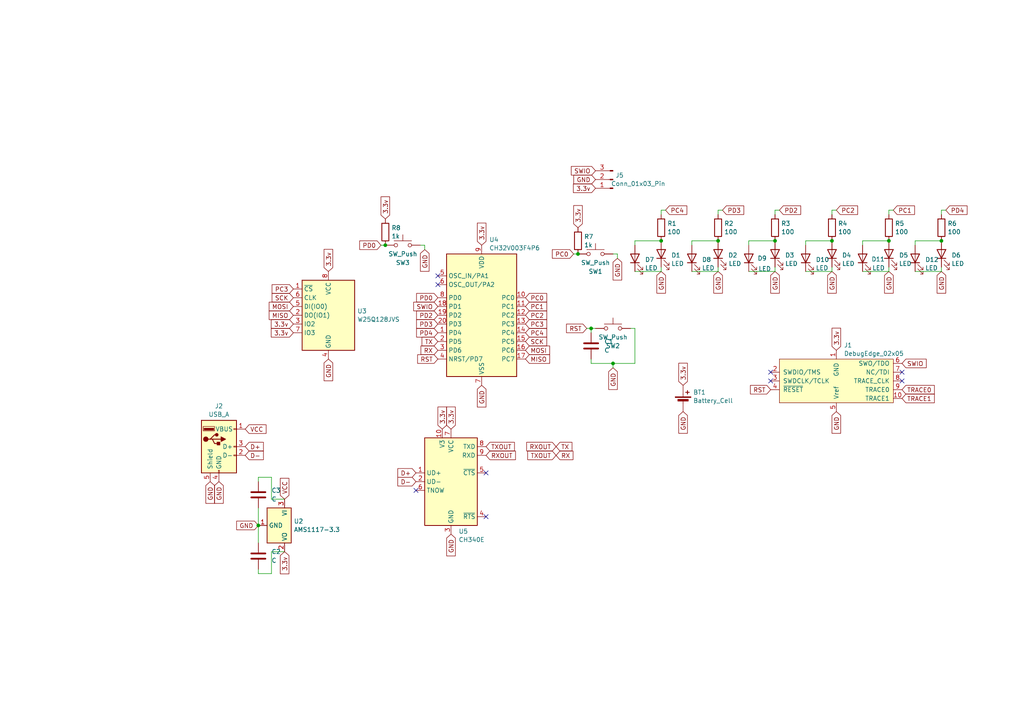
<source format=kicad_sch>
(kicad_sch
	(version 20231120)
	(generator "eeschema")
	(generator_version "8.0")
	(uuid "7b0e6896-478b-4ede-9ff6-b6a5f526bf1e")
	(paper "A4")
	(lib_symbols
		(symbol "Connector:Conn_01x03_Pin"
			(pin_names
				(offset 1.016) hide)
			(exclude_from_sim no)
			(in_bom yes)
			(on_board yes)
			(property "Reference" "J"
				(at 0 5.08 0)
				(effects
					(font
						(size 1.27 1.27)
					)
				)
			)
			(property "Value" "Conn_01x03_Pin"
				(at 0 -5.08 0)
				(effects
					(font
						(size 1.27 1.27)
					)
				)
			)
			(property "Footprint" ""
				(at 0 0 0)
				(effects
					(font
						(size 1.27 1.27)
					)
					(hide yes)
				)
			)
			(property "Datasheet" "~"
				(at 0 0 0)
				(effects
					(font
						(size 1.27 1.27)
					)
					(hide yes)
				)
			)
			(property "Description" "Generic connector, single row, 01x03, script generated"
				(at 0 0 0)
				(effects
					(font
						(size 1.27 1.27)
					)
					(hide yes)
				)
			)
			(property "ki_locked" ""
				(at 0 0 0)
				(effects
					(font
						(size 1.27 1.27)
					)
				)
			)
			(property "ki_keywords" "connector"
				(at 0 0 0)
				(effects
					(font
						(size 1.27 1.27)
					)
					(hide yes)
				)
			)
			(property "ki_fp_filters" "Connector*:*_1x??_*"
				(at 0 0 0)
				(effects
					(font
						(size 1.27 1.27)
					)
					(hide yes)
				)
			)
			(symbol "Conn_01x03_Pin_1_1"
				(polyline
					(pts
						(xy 1.27 -2.54) (xy 0.8636 -2.54)
					)
					(stroke
						(width 0.1524)
						(type default)
					)
					(fill
						(type none)
					)
				)
				(polyline
					(pts
						(xy 1.27 0) (xy 0.8636 0)
					)
					(stroke
						(width 0.1524)
						(type default)
					)
					(fill
						(type none)
					)
				)
				(polyline
					(pts
						(xy 1.27 2.54) (xy 0.8636 2.54)
					)
					(stroke
						(width 0.1524)
						(type default)
					)
					(fill
						(type none)
					)
				)
				(rectangle
					(start 0.8636 -2.413)
					(end 0 -2.667)
					(stroke
						(width 0.1524)
						(type default)
					)
					(fill
						(type outline)
					)
				)
				(rectangle
					(start 0.8636 0.127)
					(end 0 -0.127)
					(stroke
						(width 0.1524)
						(type default)
					)
					(fill
						(type outline)
					)
				)
				(rectangle
					(start 0.8636 2.667)
					(end 0 2.413)
					(stroke
						(width 0.1524)
						(type default)
					)
					(fill
						(type outline)
					)
				)
				(pin passive line
					(at 5.08 2.54 180)
					(length 3.81)
					(name "Pin_1"
						(effects
							(font
								(size 1.27 1.27)
							)
						)
					)
					(number "1"
						(effects
							(font
								(size 1.27 1.27)
							)
						)
					)
				)
				(pin passive line
					(at 5.08 0 180)
					(length 3.81)
					(name "Pin_2"
						(effects
							(font
								(size 1.27 1.27)
							)
						)
					)
					(number "2"
						(effects
							(font
								(size 1.27 1.27)
							)
						)
					)
				)
				(pin passive line
					(at 5.08 -2.54 180)
					(length 3.81)
					(name "Pin_3"
						(effects
							(font
								(size 1.27 1.27)
							)
						)
					)
					(number "3"
						(effects
							(font
								(size 1.27 1.27)
							)
						)
					)
				)
			)
		)
		(symbol "Connector:USB_A"
			(pin_names
				(offset 1.016)
			)
			(exclude_from_sim no)
			(in_bom yes)
			(on_board yes)
			(property "Reference" "J"
				(at -5.08 11.43 0)
				(effects
					(font
						(size 1.27 1.27)
					)
					(justify left)
				)
			)
			(property "Value" "USB_A"
				(at -5.08 8.89 0)
				(effects
					(font
						(size 1.27 1.27)
					)
					(justify left)
				)
			)
			(property "Footprint" ""
				(at 3.81 -1.27 0)
				(effects
					(font
						(size 1.27 1.27)
					)
					(hide yes)
				)
			)
			(property "Datasheet" " ~"
				(at 3.81 -1.27 0)
				(effects
					(font
						(size 1.27 1.27)
					)
					(hide yes)
				)
			)
			(property "Description" "USB Type A connector"
				(at 0 0 0)
				(effects
					(font
						(size 1.27 1.27)
					)
					(hide yes)
				)
			)
			(property "ki_keywords" "connector USB"
				(at 0 0 0)
				(effects
					(font
						(size 1.27 1.27)
					)
					(hide yes)
				)
			)
			(property "ki_fp_filters" "USB*"
				(at 0 0 0)
				(effects
					(font
						(size 1.27 1.27)
					)
					(hide yes)
				)
			)
			(symbol "USB_A_0_1"
				(rectangle
					(start -5.08 -7.62)
					(end 5.08 7.62)
					(stroke
						(width 0.254)
						(type default)
					)
					(fill
						(type background)
					)
				)
				(circle
					(center -3.81 2.159)
					(radius 0.635)
					(stroke
						(width 0.254)
						(type default)
					)
					(fill
						(type outline)
					)
				)
				(rectangle
					(start -1.524 4.826)
					(end -4.318 5.334)
					(stroke
						(width 0)
						(type default)
					)
					(fill
						(type outline)
					)
				)
				(rectangle
					(start -1.27 4.572)
					(end -4.572 5.842)
					(stroke
						(width 0)
						(type default)
					)
					(fill
						(type none)
					)
				)
				(circle
					(center -0.635 3.429)
					(radius 0.381)
					(stroke
						(width 0.254)
						(type default)
					)
					(fill
						(type outline)
					)
				)
				(rectangle
					(start -0.127 -7.62)
					(end 0.127 -6.858)
					(stroke
						(width 0)
						(type default)
					)
					(fill
						(type none)
					)
				)
				(polyline
					(pts
						(xy -3.175 2.159) (xy -2.54 2.159) (xy -1.27 3.429) (xy -0.635 3.429)
					)
					(stroke
						(width 0.254)
						(type default)
					)
					(fill
						(type none)
					)
				)
				(polyline
					(pts
						(xy -2.54 2.159) (xy -1.905 2.159) (xy -1.27 0.889) (xy 0 0.889)
					)
					(stroke
						(width 0.254)
						(type default)
					)
					(fill
						(type none)
					)
				)
				(polyline
					(pts
						(xy 0.635 2.794) (xy 0.635 1.524) (xy 1.905 2.159) (xy 0.635 2.794)
					)
					(stroke
						(width 0.254)
						(type default)
					)
					(fill
						(type outline)
					)
				)
				(rectangle
					(start 0.254 1.27)
					(end -0.508 0.508)
					(stroke
						(width 0.254)
						(type default)
					)
					(fill
						(type outline)
					)
				)
				(rectangle
					(start 5.08 -2.667)
					(end 4.318 -2.413)
					(stroke
						(width 0)
						(type default)
					)
					(fill
						(type none)
					)
				)
				(rectangle
					(start 5.08 -0.127)
					(end 4.318 0.127)
					(stroke
						(width 0)
						(type default)
					)
					(fill
						(type none)
					)
				)
				(rectangle
					(start 5.08 4.953)
					(end 4.318 5.207)
					(stroke
						(width 0)
						(type default)
					)
					(fill
						(type none)
					)
				)
			)
			(symbol "USB_A_1_1"
				(polyline
					(pts
						(xy -1.905 2.159) (xy 0.635 2.159)
					)
					(stroke
						(width 0.254)
						(type default)
					)
					(fill
						(type none)
					)
				)
				(pin power_in line
					(at 7.62 5.08 180)
					(length 2.54)
					(name "VBUS"
						(effects
							(font
								(size 1.27 1.27)
							)
						)
					)
					(number "1"
						(effects
							(font
								(size 1.27 1.27)
							)
						)
					)
				)
				(pin bidirectional line
					(at 7.62 -2.54 180)
					(length 2.54)
					(name "D-"
						(effects
							(font
								(size 1.27 1.27)
							)
						)
					)
					(number "2"
						(effects
							(font
								(size 1.27 1.27)
							)
						)
					)
				)
				(pin bidirectional line
					(at 7.62 0 180)
					(length 2.54)
					(name "D+"
						(effects
							(font
								(size 1.27 1.27)
							)
						)
					)
					(number "3"
						(effects
							(font
								(size 1.27 1.27)
							)
						)
					)
				)
				(pin power_in line
					(at 0 -10.16 90)
					(length 2.54)
					(name "GND"
						(effects
							(font
								(size 1.27 1.27)
							)
						)
					)
					(number "4"
						(effects
							(font
								(size 1.27 1.27)
							)
						)
					)
				)
				(pin passive line
					(at -2.54 -10.16 90)
					(length 2.54)
					(name "Shield"
						(effects
							(font
								(size 1.27 1.27)
							)
						)
					)
					(number "5"
						(effects
							(font
								(size 1.27 1.27)
							)
						)
					)
				)
			)
		)
		(symbol "Device:Battery_Cell"
			(pin_numbers hide)
			(pin_names
				(offset 0) hide)
			(exclude_from_sim no)
			(in_bom yes)
			(on_board yes)
			(property "Reference" "BT"
				(at 2.54 2.54 0)
				(effects
					(font
						(size 1.27 1.27)
					)
					(justify left)
				)
			)
			(property "Value" "Battery_Cell"
				(at 2.54 0 0)
				(effects
					(font
						(size 1.27 1.27)
					)
					(justify left)
				)
			)
			(property "Footprint" ""
				(at 0 1.524 90)
				(effects
					(font
						(size 1.27 1.27)
					)
					(hide yes)
				)
			)
			(property "Datasheet" "~"
				(at 0 1.524 90)
				(effects
					(font
						(size 1.27 1.27)
					)
					(hide yes)
				)
			)
			(property "Description" "Single-cell battery"
				(at 0 0 0)
				(effects
					(font
						(size 1.27 1.27)
					)
					(hide yes)
				)
			)
			(property "ki_keywords" "battery cell"
				(at 0 0 0)
				(effects
					(font
						(size 1.27 1.27)
					)
					(hide yes)
				)
			)
			(symbol "Battery_Cell_0_1"
				(rectangle
					(start -2.286 1.778)
					(end 2.286 1.524)
					(stroke
						(width 0)
						(type default)
					)
					(fill
						(type outline)
					)
				)
				(rectangle
					(start -1.524 1.016)
					(end 1.524 0.508)
					(stroke
						(width 0)
						(type default)
					)
					(fill
						(type outline)
					)
				)
				(polyline
					(pts
						(xy 0 0.762) (xy 0 0)
					)
					(stroke
						(width 0)
						(type default)
					)
					(fill
						(type none)
					)
				)
				(polyline
					(pts
						(xy 0 1.778) (xy 0 2.54)
					)
					(stroke
						(width 0)
						(type default)
					)
					(fill
						(type none)
					)
				)
				(polyline
					(pts
						(xy 0.762 3.048) (xy 1.778 3.048)
					)
					(stroke
						(width 0.254)
						(type default)
					)
					(fill
						(type none)
					)
				)
				(polyline
					(pts
						(xy 1.27 3.556) (xy 1.27 2.54)
					)
					(stroke
						(width 0.254)
						(type default)
					)
					(fill
						(type none)
					)
				)
			)
			(symbol "Battery_Cell_1_1"
				(pin passive line
					(at 0 5.08 270)
					(length 2.54)
					(name "+"
						(effects
							(font
								(size 1.27 1.27)
							)
						)
					)
					(number "1"
						(effects
							(font
								(size 1.27 1.27)
							)
						)
					)
				)
				(pin passive line
					(at 0 -2.54 90)
					(length 2.54)
					(name "-"
						(effects
							(font
								(size 1.27 1.27)
							)
						)
					)
					(number "2"
						(effects
							(font
								(size 1.27 1.27)
							)
						)
					)
				)
			)
		)
		(symbol "Device:C"
			(pin_numbers hide)
			(pin_names
				(offset 0.254)
			)
			(exclude_from_sim no)
			(in_bom yes)
			(on_board yes)
			(property "Reference" "C"
				(at 0.635 2.54 0)
				(effects
					(font
						(size 1.27 1.27)
					)
					(justify left)
				)
			)
			(property "Value" "C"
				(at 0.635 -2.54 0)
				(effects
					(font
						(size 1.27 1.27)
					)
					(justify left)
				)
			)
			(property "Footprint" ""
				(at 0.9652 -3.81 0)
				(effects
					(font
						(size 1.27 1.27)
					)
					(hide yes)
				)
			)
			(property "Datasheet" "~"
				(at 0 0 0)
				(effects
					(font
						(size 1.27 1.27)
					)
					(hide yes)
				)
			)
			(property "Description" "Unpolarized capacitor"
				(at 0 0 0)
				(effects
					(font
						(size 1.27 1.27)
					)
					(hide yes)
				)
			)
			(property "ki_keywords" "cap capacitor"
				(at 0 0 0)
				(effects
					(font
						(size 1.27 1.27)
					)
					(hide yes)
				)
			)
			(property "ki_fp_filters" "C_*"
				(at 0 0 0)
				(effects
					(font
						(size 1.27 1.27)
					)
					(hide yes)
				)
			)
			(symbol "C_0_1"
				(polyline
					(pts
						(xy -2.032 -0.762) (xy 2.032 -0.762)
					)
					(stroke
						(width 0.508)
						(type default)
					)
					(fill
						(type none)
					)
				)
				(polyline
					(pts
						(xy -2.032 0.762) (xy 2.032 0.762)
					)
					(stroke
						(width 0.508)
						(type default)
					)
					(fill
						(type none)
					)
				)
			)
			(symbol "C_1_1"
				(pin passive line
					(at 0 3.81 270)
					(length 2.794)
					(name "~"
						(effects
							(font
								(size 1.27 1.27)
							)
						)
					)
					(number "1"
						(effects
							(font
								(size 1.27 1.27)
							)
						)
					)
				)
				(pin passive line
					(at 0 -3.81 90)
					(length 2.794)
					(name "~"
						(effects
							(font
								(size 1.27 1.27)
							)
						)
					)
					(number "2"
						(effects
							(font
								(size 1.27 1.27)
							)
						)
					)
				)
			)
		)
		(symbol "Device:LED"
			(pin_numbers hide)
			(pin_names
				(offset 1.016) hide)
			(exclude_from_sim no)
			(in_bom yes)
			(on_board yes)
			(property "Reference" "D"
				(at 0 2.54 0)
				(effects
					(font
						(size 1.27 1.27)
					)
				)
			)
			(property "Value" "LED"
				(at 0 -2.54 0)
				(effects
					(font
						(size 1.27 1.27)
					)
				)
			)
			(property "Footprint" ""
				(at 0 0 0)
				(effects
					(font
						(size 1.27 1.27)
					)
					(hide yes)
				)
			)
			(property "Datasheet" "~"
				(at 0 0 0)
				(effects
					(font
						(size 1.27 1.27)
					)
					(hide yes)
				)
			)
			(property "Description" "Light emitting diode"
				(at 0 0 0)
				(effects
					(font
						(size 1.27 1.27)
					)
					(hide yes)
				)
			)
			(property "ki_keywords" "LED diode"
				(at 0 0 0)
				(effects
					(font
						(size 1.27 1.27)
					)
					(hide yes)
				)
			)
			(property "ki_fp_filters" "LED* LED_SMD:* LED_THT:*"
				(at 0 0 0)
				(effects
					(font
						(size 1.27 1.27)
					)
					(hide yes)
				)
			)
			(symbol "LED_0_1"
				(polyline
					(pts
						(xy -1.27 -1.27) (xy -1.27 1.27)
					)
					(stroke
						(width 0.254)
						(type default)
					)
					(fill
						(type none)
					)
				)
				(polyline
					(pts
						(xy -1.27 0) (xy 1.27 0)
					)
					(stroke
						(width 0)
						(type default)
					)
					(fill
						(type none)
					)
				)
				(polyline
					(pts
						(xy 1.27 -1.27) (xy 1.27 1.27) (xy -1.27 0) (xy 1.27 -1.27)
					)
					(stroke
						(width 0.254)
						(type default)
					)
					(fill
						(type none)
					)
				)
				(polyline
					(pts
						(xy -3.048 -0.762) (xy -4.572 -2.286) (xy -3.81 -2.286) (xy -4.572 -2.286) (xy -4.572 -1.524)
					)
					(stroke
						(width 0)
						(type default)
					)
					(fill
						(type none)
					)
				)
				(polyline
					(pts
						(xy -1.778 -0.762) (xy -3.302 -2.286) (xy -2.54 -2.286) (xy -3.302 -2.286) (xy -3.302 -1.524)
					)
					(stroke
						(width 0)
						(type default)
					)
					(fill
						(type none)
					)
				)
			)
			(symbol "LED_1_1"
				(pin passive line
					(at -3.81 0 0)
					(length 2.54)
					(name "K"
						(effects
							(font
								(size 1.27 1.27)
							)
						)
					)
					(number "1"
						(effects
							(font
								(size 1.27 1.27)
							)
						)
					)
				)
				(pin passive line
					(at 3.81 0 180)
					(length 2.54)
					(name "A"
						(effects
							(font
								(size 1.27 1.27)
							)
						)
					)
					(number "2"
						(effects
							(font
								(size 1.27 1.27)
							)
						)
					)
				)
			)
		)
		(symbol "Device:R"
			(pin_numbers hide)
			(pin_names
				(offset 0)
			)
			(exclude_from_sim no)
			(in_bom yes)
			(on_board yes)
			(property "Reference" "R"
				(at 2.032 0 90)
				(effects
					(font
						(size 1.27 1.27)
					)
				)
			)
			(property "Value" "R"
				(at 0 0 90)
				(effects
					(font
						(size 1.27 1.27)
					)
				)
			)
			(property "Footprint" ""
				(at -1.778 0 90)
				(effects
					(font
						(size 1.27 1.27)
					)
					(hide yes)
				)
			)
			(property "Datasheet" "~"
				(at 0 0 0)
				(effects
					(font
						(size 1.27 1.27)
					)
					(hide yes)
				)
			)
			(property "Description" "Resistor"
				(at 0 0 0)
				(effects
					(font
						(size 1.27 1.27)
					)
					(hide yes)
				)
			)
			(property "ki_keywords" "R res resistor"
				(at 0 0 0)
				(effects
					(font
						(size 1.27 1.27)
					)
					(hide yes)
				)
			)
			(property "ki_fp_filters" "R_*"
				(at 0 0 0)
				(effects
					(font
						(size 1.27 1.27)
					)
					(hide yes)
				)
			)
			(symbol "R_0_1"
				(rectangle
					(start -1.016 -2.54)
					(end 1.016 2.54)
					(stroke
						(width 0.254)
						(type default)
					)
					(fill
						(type none)
					)
				)
			)
			(symbol "R_1_1"
				(pin passive line
					(at 0 3.81 270)
					(length 1.27)
					(name "~"
						(effects
							(font
								(size 1.27 1.27)
							)
						)
					)
					(number "1"
						(effects
							(font
								(size 1.27 1.27)
							)
						)
					)
				)
				(pin passive line
					(at 0 -3.81 90)
					(length 1.27)
					(name "~"
						(effects
							(font
								(size 1.27 1.27)
							)
						)
					)
					(number "2"
						(effects
							(font
								(size 1.27 1.27)
							)
						)
					)
				)
			)
		)
		(symbol "Interface_USB:CH340E"
			(exclude_from_sim no)
			(in_bom yes)
			(on_board yes)
			(property "Reference" "U"
				(at -5.08 13.97 0)
				(effects
					(font
						(size 1.27 1.27)
					)
					(justify right)
				)
			)
			(property "Value" "CH340E"
				(at 1.27 13.97 0)
				(effects
					(font
						(size 1.27 1.27)
					)
					(justify left)
				)
			)
			(property "Footprint" "Package_SO:MSOP-10_3x3mm_P0.5mm"
				(at 1.27 -13.97 0)
				(effects
					(font
						(size 1.27 1.27)
					)
					(justify left)
					(hide yes)
				)
			)
			(property "Datasheet" "https://www.mpja.com/download/35227cpdata.pdf"
				(at -8.89 20.32 0)
				(effects
					(font
						(size 1.27 1.27)
					)
					(hide yes)
				)
			)
			(property "Description" "USB serial converter, UART, MSOP-10"
				(at 0 0 0)
				(effects
					(font
						(size 1.27 1.27)
					)
					(hide yes)
				)
			)
			(property "ki_keywords" "USB UART Serial Converter Interface"
				(at 0 0 0)
				(effects
					(font
						(size 1.27 1.27)
					)
					(hide yes)
				)
			)
			(property "ki_fp_filters" "MSOP*3x3mm*P0.5mm*"
				(at 0 0 0)
				(effects
					(font
						(size 1.27 1.27)
					)
					(hide yes)
				)
			)
			(symbol "CH340E_0_1"
				(rectangle
					(start -7.62 12.7)
					(end 7.62 -12.7)
					(stroke
						(width 0.254)
						(type default)
					)
					(fill
						(type background)
					)
				)
			)
			(symbol "CH340E_1_1"
				(pin bidirectional line
					(at -10.16 2.54 0)
					(length 2.54)
					(name "UD+"
						(effects
							(font
								(size 1.27 1.27)
							)
						)
					)
					(number "1"
						(effects
							(font
								(size 1.27 1.27)
							)
						)
					)
				)
				(pin passive line
					(at -2.54 15.24 270)
					(length 2.54)
					(name "V3"
						(effects
							(font
								(size 1.27 1.27)
							)
						)
					)
					(number "10"
						(effects
							(font
								(size 1.27 1.27)
							)
						)
					)
				)
				(pin bidirectional line
					(at -10.16 0 0)
					(length 2.54)
					(name "UD-"
						(effects
							(font
								(size 1.27 1.27)
							)
						)
					)
					(number "2"
						(effects
							(font
								(size 1.27 1.27)
							)
						)
					)
				)
				(pin power_in line
					(at 0 -15.24 90)
					(length 2.54)
					(name "GND"
						(effects
							(font
								(size 1.27 1.27)
							)
						)
					)
					(number "3"
						(effects
							(font
								(size 1.27 1.27)
							)
						)
					)
				)
				(pin output line
					(at 10.16 -10.16 180)
					(length 2.54)
					(name "~{RTS}"
						(effects
							(font
								(size 1.27 1.27)
							)
						)
					)
					(number "4"
						(effects
							(font
								(size 1.27 1.27)
							)
						)
					)
				)
				(pin input line
					(at 10.16 2.54 180)
					(length 2.54)
					(name "~{CTS}"
						(effects
							(font
								(size 1.27 1.27)
							)
						)
					)
					(number "5"
						(effects
							(font
								(size 1.27 1.27)
							)
						)
					)
				)
				(pin output line
					(at -10.16 -2.54 0)
					(length 2.54)
					(name "TNOW"
						(effects
							(font
								(size 1.27 1.27)
							)
						)
					)
					(number "6"
						(effects
							(font
								(size 1.27 1.27)
							)
						)
					)
				)
				(pin power_in line
					(at 0 15.24 270)
					(length 2.54)
					(name "VCC"
						(effects
							(font
								(size 1.27 1.27)
							)
						)
					)
					(number "7"
						(effects
							(font
								(size 1.27 1.27)
							)
						)
					)
				)
				(pin output line
					(at 10.16 10.16 180)
					(length 2.54)
					(name "TXD"
						(effects
							(font
								(size 1.27 1.27)
							)
						)
					)
					(number "8"
						(effects
							(font
								(size 1.27 1.27)
							)
						)
					)
				)
				(pin input line
					(at 10.16 7.62 180)
					(length 2.54)
					(name "RXD"
						(effects
							(font
								(size 1.27 1.27)
							)
						)
					)
					(number "9"
						(effects
							(font
								(size 1.27 1.27)
							)
						)
					)
				)
			)
		)
		(symbol "Memory_Flash:W25Q128JVS"
			(exclude_from_sim no)
			(in_bom yes)
			(on_board yes)
			(property "Reference" "U"
				(at -8.89 8.89 0)
				(effects
					(font
						(size 1.27 1.27)
					)
				)
			)
			(property "Value" "W25Q128JVS"
				(at 7.62 8.89 0)
				(effects
					(font
						(size 1.27 1.27)
					)
				)
			)
			(property "Footprint" "Package_SO:SOIC-8_5.23x5.23mm_P1.27mm"
				(at 0 0 0)
				(effects
					(font
						(size 1.27 1.27)
					)
					(hide yes)
				)
			)
			(property "Datasheet" "http://www.winbond.com/resource-files/w25q128jv_dtr%20revc%2003272018%20plus.pdf"
				(at 0 0 0)
				(effects
					(font
						(size 1.27 1.27)
					)
					(hide yes)
				)
			)
			(property "Description" "128Mb Serial Flash Memory, Standard/Dual/Quad SPI, SOIC-8"
				(at 0 0 0)
				(effects
					(font
						(size 1.27 1.27)
					)
					(hide yes)
				)
			)
			(property "ki_keywords" "flash memory SPI QPI DTR"
				(at 0 0 0)
				(effects
					(font
						(size 1.27 1.27)
					)
					(hide yes)
				)
			)
			(property "ki_fp_filters" "SOIC*5.23x5.23mm*P1.27mm*"
				(at 0 0 0)
				(effects
					(font
						(size 1.27 1.27)
					)
					(hide yes)
				)
			)
			(symbol "W25Q128JVS_0_1"
				(rectangle
					(start -7.62 10.16)
					(end 7.62 -10.16)
					(stroke
						(width 0.254)
						(type default)
					)
					(fill
						(type background)
					)
				)
			)
			(symbol "W25Q128JVS_1_1"
				(pin input line
					(at -10.16 7.62 0)
					(length 2.54)
					(name "~{CS}"
						(effects
							(font
								(size 1.27 1.27)
							)
						)
					)
					(number "1"
						(effects
							(font
								(size 1.27 1.27)
							)
						)
					)
				)
				(pin bidirectional line
					(at -10.16 0 0)
					(length 2.54)
					(name "DO(IO1)"
						(effects
							(font
								(size 1.27 1.27)
							)
						)
					)
					(number "2"
						(effects
							(font
								(size 1.27 1.27)
							)
						)
					)
				)
				(pin bidirectional line
					(at -10.16 -2.54 0)
					(length 2.54)
					(name "IO2"
						(effects
							(font
								(size 1.27 1.27)
							)
						)
					)
					(number "3"
						(effects
							(font
								(size 1.27 1.27)
							)
						)
					)
				)
				(pin power_in line
					(at 0 -12.7 90)
					(length 2.54)
					(name "GND"
						(effects
							(font
								(size 1.27 1.27)
							)
						)
					)
					(number "4"
						(effects
							(font
								(size 1.27 1.27)
							)
						)
					)
				)
				(pin bidirectional line
					(at -10.16 2.54 0)
					(length 2.54)
					(name "DI(IO0)"
						(effects
							(font
								(size 1.27 1.27)
							)
						)
					)
					(number "5"
						(effects
							(font
								(size 1.27 1.27)
							)
						)
					)
				)
				(pin input line
					(at -10.16 5.08 0)
					(length 2.54)
					(name "CLK"
						(effects
							(font
								(size 1.27 1.27)
							)
						)
					)
					(number "6"
						(effects
							(font
								(size 1.27 1.27)
							)
						)
					)
				)
				(pin bidirectional line
					(at -10.16 -5.08 0)
					(length 2.54)
					(name "IO3"
						(effects
							(font
								(size 1.27 1.27)
							)
						)
					)
					(number "7"
						(effects
							(font
								(size 1.27 1.27)
							)
						)
					)
				)
				(pin power_in line
					(at 0 12.7 270)
					(length 2.54)
					(name "VCC"
						(effects
							(font
								(size 1.27 1.27)
							)
						)
					)
					(number "8"
						(effects
							(font
								(size 1.27 1.27)
							)
						)
					)
				)
			)
		)
		(symbol "Regulator_Linear:AMS1117-3.3"
			(exclude_from_sim no)
			(in_bom yes)
			(on_board yes)
			(property "Reference" "U"
				(at -3.81 3.175 0)
				(effects
					(font
						(size 1.27 1.27)
					)
				)
			)
			(property "Value" "AMS1117-3.3"
				(at 0 3.175 0)
				(effects
					(font
						(size 1.27 1.27)
					)
					(justify left)
				)
			)
			(property "Footprint" "Package_TO_SOT_SMD:SOT-223-3_TabPin2"
				(at 0 5.08 0)
				(effects
					(font
						(size 1.27 1.27)
					)
					(hide yes)
				)
			)
			(property "Datasheet" "http://www.advanced-monolithic.com/pdf/ds1117.pdf"
				(at 2.54 -6.35 0)
				(effects
					(font
						(size 1.27 1.27)
					)
					(hide yes)
				)
			)
			(property "Description" "1A Low Dropout regulator, positive, 3.3V fixed output, SOT-223"
				(at 0 0 0)
				(effects
					(font
						(size 1.27 1.27)
					)
					(hide yes)
				)
			)
			(property "ki_keywords" "linear regulator ldo fixed positive"
				(at 0 0 0)
				(effects
					(font
						(size 1.27 1.27)
					)
					(hide yes)
				)
			)
			(property "ki_fp_filters" "SOT?223*TabPin2*"
				(at 0 0 0)
				(effects
					(font
						(size 1.27 1.27)
					)
					(hide yes)
				)
			)
			(symbol "AMS1117-3.3_0_1"
				(rectangle
					(start -5.08 -5.08)
					(end 5.08 1.905)
					(stroke
						(width 0.254)
						(type default)
					)
					(fill
						(type background)
					)
				)
			)
			(symbol "AMS1117-3.3_1_1"
				(pin power_in line
					(at 0 -7.62 90)
					(length 2.54)
					(name "GND"
						(effects
							(font
								(size 1.27 1.27)
							)
						)
					)
					(number "1"
						(effects
							(font
								(size 1.27 1.27)
							)
						)
					)
				)
				(pin power_out line
					(at 7.62 0 180)
					(length 2.54)
					(name "VO"
						(effects
							(font
								(size 1.27 1.27)
							)
						)
					)
					(number "2"
						(effects
							(font
								(size 1.27 1.27)
							)
						)
					)
				)
				(pin power_in line
					(at -7.62 0 0)
					(length 2.54)
					(name "VI"
						(effects
							(font
								(size 1.27 1.27)
							)
						)
					)
					(number "3"
						(effects
							(font
								(size 1.27 1.27)
							)
						)
					)
				)
			)
		)
		(symbol "Switch:SW_Push"
			(pin_numbers hide)
			(pin_names
				(offset 1.016) hide)
			(exclude_from_sim no)
			(in_bom yes)
			(on_board yes)
			(property "Reference" "SW"
				(at 1.27 2.54 0)
				(effects
					(font
						(size 1.27 1.27)
					)
					(justify left)
				)
			)
			(property "Value" "SW_Push"
				(at 0 -1.524 0)
				(effects
					(font
						(size 1.27 1.27)
					)
				)
			)
			(property "Footprint" ""
				(at 0 5.08 0)
				(effects
					(font
						(size 1.27 1.27)
					)
					(hide yes)
				)
			)
			(property "Datasheet" "~"
				(at 0 5.08 0)
				(effects
					(font
						(size 1.27 1.27)
					)
					(hide yes)
				)
			)
			(property "Description" "Push button switch, generic, two pins"
				(at 0 0 0)
				(effects
					(font
						(size 1.27 1.27)
					)
					(hide yes)
				)
			)
			(property "ki_keywords" "switch normally-open pushbutton push-button"
				(at 0 0 0)
				(effects
					(font
						(size 1.27 1.27)
					)
					(hide yes)
				)
			)
			(symbol "SW_Push_0_1"
				(circle
					(center -2.032 0)
					(radius 0.508)
					(stroke
						(width 0)
						(type default)
					)
					(fill
						(type none)
					)
				)
				(polyline
					(pts
						(xy 0 1.27) (xy 0 3.048)
					)
					(stroke
						(width 0)
						(type default)
					)
					(fill
						(type none)
					)
				)
				(polyline
					(pts
						(xy 2.54 1.27) (xy -2.54 1.27)
					)
					(stroke
						(width 0)
						(type default)
					)
					(fill
						(type none)
					)
				)
				(circle
					(center 2.032 0)
					(radius 0.508)
					(stroke
						(width 0)
						(type default)
					)
					(fill
						(type none)
					)
				)
				(pin passive line
					(at -5.08 0 0)
					(length 2.54)
					(name "1"
						(effects
							(font
								(size 1.27 1.27)
							)
						)
					)
					(number "1"
						(effects
							(font
								(size 1.27 1.27)
							)
						)
					)
				)
				(pin passive line
					(at 5.08 0 180)
					(length 2.54)
					(name "2"
						(effects
							(font
								(size 1.27 1.27)
							)
						)
					)
					(number "2"
						(effects
							(font
								(size 1.27 1.27)
							)
						)
					)
				)
			)
		)
		(symbol "debugedge_02x05:DebugEdge_02x05"
			(pin_names
				(offset 1.016)
			)
			(exclude_from_sim no)
			(in_bom yes)
			(on_board yes)
			(property "Reference" "J1"
				(at 1.9559 10.16 0)
				(effects
					(font
						(size 1.27 1.27)
					)
					(justify left)
				)
			)
			(property "Value" "DebugEdge_02x05"
				(at 1.9559 7.62 0)
				(effects
					(font
						(size 1.27 1.27)
					)
					(justify left)
				)
			)
			(property "Footprint" "DebugEdge:DebugEdge_2x05_Host"
				(at 0 10.16 0)
				(effects
					(font
						(size 1.27 1.27)
					)
					(hide yes)
				)
			)
			(property "Datasheet" ""
				(at 0 10.16 0)
				(effects
					(font
						(size 1.27 1.27)
					)
					(hide yes)
				)
			)
			(property "Description" ""
				(at 0 0 0)
				(effects
					(font
						(size 1.27 1.27)
					)
					(hide yes)
				)
			)
			(symbol "DebugEdge_02x05_0_1"
				(rectangle
					(start -16.51 6.35)
					(end 16.51 -6.35)
					(stroke
						(width 0)
						(type solid)
					)
					(fill
						(type background)
					)
				)
			)
			(symbol "DebugEdge_02x05_1_1"
				(pin power_in line
					(at 0 8.89 270)
					(length 2.54)
					(name "GND"
						(effects
							(font
								(size 1.27 1.27)
							)
						)
					)
					(number "1"
						(effects
							(font
								(size 1.27 1.27)
							)
						)
					)
				)
				(pin bidirectional line
					(at 19.05 -5.08 180)
					(length 2.54)
					(name "TRACE1"
						(effects
							(font
								(size 1.27 1.27)
							)
						)
					)
					(number "10"
						(effects
							(font
								(size 1.27 1.27)
							)
						)
					)
				)
				(pin bidirectional line
					(at -19.05 2.54 0)
					(length 2.54)
					(name "SWDIO/TMS"
						(effects
							(font
								(size 1.27 1.27)
							)
						)
					)
					(number "2"
						(effects
							(font
								(size 1.27 1.27)
							)
						)
					)
				)
				(pin bidirectional line
					(at -19.05 0 0)
					(length 2.54)
					(name "SWDCLK/TCLK"
						(effects
							(font
								(size 1.27 1.27)
							)
						)
					)
					(number "3"
						(effects
							(font
								(size 1.27 1.27)
							)
						)
					)
				)
				(pin bidirectional line
					(at -19.05 -2.54 0)
					(length 2.54)
					(name "~{RESET}"
						(effects
							(font
								(size 1.27 1.27)
							)
						)
					)
					(number "4"
						(effects
							(font
								(size 1.27 1.27)
							)
						)
					)
				)
				(pin power_in line
					(at 0 -8.89 90)
					(length 2.54)
					(name "Vref"
						(effects
							(font
								(size 1.27 1.27)
							)
						)
					)
					(number "5"
						(effects
							(font
								(size 1.27 1.27)
							)
						)
					)
				)
				(pin bidirectional line
					(at 19.05 5.08 180)
					(length 2.54)
					(name "SWO/TDO"
						(effects
							(font
								(size 1.27 1.27)
							)
						)
					)
					(number "6"
						(effects
							(font
								(size 1.27 1.27)
							)
						)
					)
				)
				(pin bidirectional line
					(at 19.05 2.54 180)
					(length 2.54)
					(name "NC/TDI"
						(effects
							(font
								(size 1.27 1.27)
							)
						)
					)
					(number "7"
						(effects
							(font
								(size 1.27 1.27)
							)
						)
					)
				)
				(pin bidirectional line
					(at 19.05 0 180)
					(length 2.54)
					(name "TRACE_CLK"
						(effects
							(font
								(size 1.27 1.27)
							)
						)
					)
					(number "8"
						(effects
							(font
								(size 1.27 1.27)
							)
						)
					)
				)
				(pin bidirectional line
					(at 19.05 -2.54 180)
					(length 2.54)
					(name "TRACE0"
						(effects
							(font
								(size 1.27 1.27)
							)
						)
					)
					(number "9"
						(effects
							(font
								(size 1.27 1.27)
							)
						)
					)
				)
			)
		)
		(symbol "wch_mcu:CH32V003F4P6"
			(exclude_from_sim no)
			(in_bom yes)
			(on_board yes)
			(property "Reference" "U"
				(at 15.24 -24.13 0)
				(effects
					(font
						(size 1.27 1.27)
					)
				)
			)
			(property "Value" "CH32V003F4P6"
				(at 16.51 -21.59 0)
				(effects
					(font
						(size 1.27 1.27)
					)
				)
			)
			(property "Footprint" "Package_SO:SOP-16_3.9x9.9mm_P1.27mm"
				(at 2.54 -30.48 0)
				(effects
					(font
						(size 1.27 1.27)
					)
					(hide yes)
				)
			)
			(property "Datasheet" "http://www.wch-ic.com/downloads/CH32V003DS0_PDF.html"
				(at 5.08 -34.29 0)
				(effects
					(font
						(size 1.27 1.27)
					)
					(hide yes)
				)
			)
			(property "Description" ""
				(at 0 0 0)
				(effects
					(font
						(size 1.27 1.27)
					)
					(hide yes)
				)
			)
			(symbol "CH32V003F4P6_0_1"
				(rectangle
					(start -10.16 17.78)
					(end 10.16 -17.78)
					(stroke
						(width 0.254)
						(type default)
					)
					(fill
						(type background)
					)
				)
			)
			(symbol "CH32V003F4P6_1_1"
				(pin bidirectional line
					(at -12.7 -5.08 0)
					(length 2.54)
					(name "PD4"
						(effects
							(font
								(size 1.27 1.27)
							)
						)
					)
					(number "1"
						(effects
							(font
								(size 1.27 1.27)
							)
						)
					)
				)
				(pin bidirectional line
					(at 12.7 5.08 180)
					(length 2.54)
					(name "PC0"
						(effects
							(font
								(size 1.27 1.27)
							)
						)
					)
					(number "10"
						(effects
							(font
								(size 1.27 1.27)
							)
						)
					)
				)
				(pin bidirectional line
					(at 12.7 2.54 180)
					(length 2.54)
					(name "PC1"
						(effects
							(font
								(size 1.27 1.27)
							)
						)
					)
					(number "11"
						(effects
							(font
								(size 1.27 1.27)
							)
						)
					)
				)
				(pin bidirectional line
					(at 12.7 0 180)
					(length 2.54)
					(name "PC2"
						(effects
							(font
								(size 1.27 1.27)
							)
						)
					)
					(number "12"
						(effects
							(font
								(size 1.27 1.27)
							)
						)
					)
				)
				(pin bidirectional line
					(at 12.7 -2.54 180)
					(length 2.54)
					(name "PC3"
						(effects
							(font
								(size 1.27 1.27)
							)
						)
					)
					(number "13"
						(effects
							(font
								(size 1.27 1.27)
							)
						)
					)
				)
				(pin bidirectional line
					(at 12.7 -5.08 180)
					(length 2.54)
					(name "PC4"
						(effects
							(font
								(size 1.27 1.27)
							)
						)
					)
					(number "14"
						(effects
							(font
								(size 1.27 1.27)
							)
						)
					)
				)
				(pin bidirectional line
					(at 12.7 -7.62 180)
					(length 2.54)
					(name "PC5"
						(effects
							(font
								(size 1.27 1.27)
							)
						)
					)
					(number "15"
						(effects
							(font
								(size 1.27 1.27)
							)
						)
					)
				)
				(pin bidirectional line
					(at 12.7 -10.16 180)
					(length 2.54)
					(name "PC6"
						(effects
							(font
								(size 1.27 1.27)
							)
						)
					)
					(number "16"
						(effects
							(font
								(size 1.27 1.27)
							)
						)
					)
				)
				(pin bidirectional line
					(at 12.7 -12.7 180)
					(length 2.54)
					(name "PC7"
						(effects
							(font
								(size 1.27 1.27)
							)
						)
					)
					(number "17"
						(effects
							(font
								(size 1.27 1.27)
							)
						)
					)
				)
				(pin bidirectional line
					(at -12.7 2.54 0)
					(length 2.54)
					(name "PD1"
						(effects
							(font
								(size 1.27 1.27)
							)
						)
					)
					(number "18"
						(effects
							(font
								(size 1.27 1.27)
							)
						)
					)
				)
				(pin bidirectional line
					(at -12.7 0 0)
					(length 2.54)
					(name "PD2"
						(effects
							(font
								(size 1.27 1.27)
							)
						)
					)
					(number "19"
						(effects
							(font
								(size 1.27 1.27)
							)
						)
					)
				)
				(pin bidirectional line
					(at -12.7 -7.62 0)
					(length 2.54)
					(name "PD5"
						(effects
							(font
								(size 1.27 1.27)
							)
						)
					)
					(number "2"
						(effects
							(font
								(size 1.27 1.27)
							)
						)
					)
				)
				(pin bidirectional line
					(at -12.7 -2.54 0)
					(length 2.54)
					(name "PD3"
						(effects
							(font
								(size 1.27 1.27)
							)
						)
					)
					(number "20"
						(effects
							(font
								(size 1.27 1.27)
							)
						)
					)
				)
				(pin bidirectional line
					(at -12.7 -10.16 0)
					(length 2.54)
					(name "PD6"
						(effects
							(font
								(size 1.27 1.27)
							)
						)
					)
					(number "3"
						(effects
							(font
								(size 1.27 1.27)
							)
						)
					)
				)
				(pin input line
					(at -12.7 -12.7 0)
					(length 2.54)
					(name "NRST/PD7"
						(effects
							(font
								(size 1.27 1.27)
							)
						)
					)
					(number "4"
						(effects
							(font
								(size 1.27 1.27)
							)
						)
					)
				)
				(pin input line
					(at -12.7 11.43 0)
					(length 2.54)
					(name "OSC_IN/PA1"
						(effects
							(font
								(size 1.27 1.27)
							)
						)
					)
					(number "5"
						(effects
							(font
								(size 1.27 1.27)
							)
						)
					)
				)
				(pin input line
					(at -12.7 8.89 0)
					(length 2.54)
					(name "OSC_OUT/PA2"
						(effects
							(font
								(size 1.27 1.27)
							)
						)
					)
					(number "6"
						(effects
							(font
								(size 1.27 1.27)
							)
						)
					)
				)
				(pin power_in line
					(at 0 -20.32 90)
					(length 2.54)
					(name "VSS"
						(effects
							(font
								(size 1.27 1.27)
							)
						)
					)
					(number "7"
						(effects
							(font
								(size 1.27 1.27)
							)
						)
					)
				)
				(pin bidirectional line
					(at -12.7 5.08 0)
					(length 2.54)
					(name "PD0"
						(effects
							(font
								(size 1.27 1.27)
							)
						)
					)
					(number "8"
						(effects
							(font
								(size 1.27 1.27)
							)
						)
					)
				)
				(pin power_in line
					(at 0 20.32 270)
					(length 2.54)
					(name "VDD"
						(effects
							(font
								(size 1.27 1.27)
							)
						)
					)
					(number "9"
						(effects
							(font
								(size 1.27 1.27)
							)
						)
					)
				)
			)
		)
	)
	(junction
		(at 273.05 69.85)
		(diameter 0)
		(color 0 0 0 0)
		(uuid "02c43a45-76b7-4388-9426-d20c77bc9961")
	)
	(junction
		(at 208.28 69.85)
		(diameter 0)
		(color 0 0 0 0)
		(uuid "0528067f-de55-48e3-abde-04eb3380a730")
	)
	(junction
		(at 257.81 69.85)
		(diameter 0)
		(color 0 0 0 0)
		(uuid "1eafb2c6-270b-45f2-acac-80a75aa6f814")
	)
	(junction
		(at 74.93 152.4)
		(diameter 0)
		(color 0 0 0 0)
		(uuid "255dfbcd-762f-4cd0-9982-0afe262aaf55")
	)
	(junction
		(at 111.76 71.12)
		(diameter 0)
		(color 0 0 0 0)
		(uuid "36863578-b894-46bd-8678-e0c936c0376f")
	)
	(junction
		(at 224.79 69.85)
		(diameter 0)
		(color 0 0 0 0)
		(uuid "5e503d4c-8698-4beb-be48-636fd08b528f")
	)
	(junction
		(at 241.3 69.85)
		(diameter 0)
		(color 0 0 0 0)
		(uuid "65eb4f02-ea7f-4aaf-8c23-cfd3ed416ca9")
	)
	(junction
		(at 171.45 95.25)
		(diameter 0)
		(color 0 0 0 0)
		(uuid "7a66db2d-bf1e-4b34-9bc0-c4488555ecdc")
	)
	(junction
		(at 167.64 73.66)
		(diameter 0)
		(color 0 0 0 0)
		(uuid "8c852a5c-caab-4431-8a42-1794e661d4e4")
	)
	(junction
		(at 177.8 105.41)
		(diameter 0)
		(color 0 0 0 0)
		(uuid "bc50f072-8513-409e-b662-76210dfbed5b")
	)
	(junction
		(at 191.77 69.85)
		(diameter 0)
		(color 0 0 0 0)
		(uuid "fcee2c76-0a3e-4f7b-a500-a071ccaed5d0")
	)
	(no_connect
		(at 223.52 107.95)
		(uuid "169358b4-9251-4f0d-8fd3-82920f687656")
	)
	(no_connect
		(at 140.97 137.16)
		(uuid "488ec69c-1105-4b62-b7bb-0003e381e926")
	)
	(no_connect
		(at 140.97 149.86)
		(uuid "4a898bbc-e7e7-4c35-881a-912d7d460fb4")
	)
	(no_connect
		(at 223.52 110.49)
		(uuid "8d10b2e6-3dca-441e-91e6-ec90823a91bb")
	)
	(no_connect
		(at 261.62 107.95)
		(uuid "8e76ac2a-8cc4-4a20-9cf3-4540ec845ebb")
	)
	(no_connect
		(at 127 80.01)
		(uuid "9952feab-12e1-4110-859b-560b6d5ad870")
	)
	(no_connect
		(at 127 82.55)
		(uuid "9a1aac51-9383-421d-897e-fd2fdeeff5e2")
	)
	(no_connect
		(at 120.65 142.24)
		(uuid "a160f887-bc08-4a12-bc4c-e3b124f31643")
	)
	(no_connect
		(at 261.62 110.49)
		(uuid "c1f7cd10-ae33-4cb0-8706-18a2fb4ac2b9")
	)
	(wire
		(pts
			(xy 257.81 77.47) (xy 257.81 78.74)
		)
		(stroke
			(width 0)
			(type default)
		)
		(uuid "03ddcbde-c229-408c-9c15-956387a22fc4")
	)
	(wire
		(pts
			(xy 184.15 78.74) (xy 191.77 78.74)
		)
		(stroke
			(width 0)
			(type default)
		)
		(uuid "062a8a18-a6af-4cba-8d5b-f50bed21fb8b")
	)
	(wire
		(pts
			(xy 74.93 166.37) (xy 74.93 165.1)
		)
		(stroke
			(width 0)
			(type default)
		)
		(uuid "086a896b-c977-40bb-be2c-6079119c2f8f")
	)
	(wire
		(pts
			(xy 191.77 77.47) (xy 191.77 78.74)
		)
		(stroke
			(width 0)
			(type default)
		)
		(uuid "09ad9f15-6716-4ead-b6bd-e9cdd5b974ab")
	)
	(wire
		(pts
			(xy 74.93 147.32) (xy 74.93 152.4)
		)
		(stroke
			(width 0)
			(type default)
		)
		(uuid "0b4ff6d0-f481-44ae-bab2-6ff51a35060b")
	)
	(wire
		(pts
			(xy 265.43 78.74) (xy 273.05 78.74)
		)
		(stroke
			(width 0)
			(type default)
		)
		(uuid "0e8c186a-65c7-4049-90a2-830468b9b02d")
	)
	(wire
		(pts
			(xy 200.66 69.85) (xy 200.66 71.12)
		)
		(stroke
			(width 0)
			(type default)
		)
		(uuid "0ff93fe5-a0c2-4aeb-99bd-4612f85ed13d")
	)
	(wire
		(pts
			(xy 171.45 95.25) (xy 171.45 96.52)
		)
		(stroke
			(width 0)
			(type default)
		)
		(uuid "112af77a-6676-4140-a30a-aaa1bc2971d9")
	)
	(wire
		(pts
			(xy 200.66 78.74) (xy 208.28 78.74)
		)
		(stroke
			(width 0)
			(type default)
		)
		(uuid "14791f3d-5be5-4c6f-8ef0-e9ce497ad361")
	)
	(wire
		(pts
			(xy 217.17 69.85) (xy 217.17 71.12)
		)
		(stroke
			(width 0)
			(type default)
		)
		(uuid "14e4a6c7-c574-4c0a-a25f-e4804da7a758")
	)
	(wire
		(pts
			(xy 121.92 71.12) (xy 123.19 71.12)
		)
		(stroke
			(width 0)
			(type default)
		)
		(uuid "1e02c8f7-ac06-489a-a692-01c1b367c8be")
	)
	(wire
		(pts
			(xy 74.93 138.43) (xy 74.93 139.7)
		)
		(stroke
			(width 0)
			(type default)
		)
		(uuid "22a13cde-90d9-4793-ae88-db6da2a6f5ae")
	)
	(wire
		(pts
			(xy 273.05 69.85) (xy 265.43 69.85)
		)
		(stroke
			(width 0)
			(type default)
		)
		(uuid "2380a18c-ebcb-4f85-844d-625ba10b928c")
	)
	(wire
		(pts
			(xy 242.57 60.96) (xy 241.3 60.96)
		)
		(stroke
			(width 0)
			(type default)
		)
		(uuid "243a56a0-669c-45ba-9d5e-3a62006ab0a6")
	)
	(wire
		(pts
			(xy 226.06 60.96) (xy 224.79 60.96)
		)
		(stroke
			(width 0)
			(type default)
		)
		(uuid "25d60dde-3667-43d8-81f6-507217ab6686")
	)
	(wire
		(pts
			(xy 191.77 60.96) (xy 191.77 62.23)
		)
		(stroke
			(width 0)
			(type default)
		)
		(uuid "2712ae73-2280-41c5-bbb5-9890e47e24ab")
	)
	(wire
		(pts
			(xy 182.88 95.25) (xy 184.15 95.25)
		)
		(stroke
			(width 0)
			(type default)
		)
		(uuid "273532ff-7f38-43c3-b4b0-64e2077b0c70")
	)
	(wire
		(pts
			(xy 110.49 71.12) (xy 111.76 71.12)
		)
		(stroke
			(width 0)
			(type default)
		)
		(uuid "39465070-99ba-4ed8-8731-d459d18e42d9")
	)
	(wire
		(pts
			(xy 259.08 60.96) (xy 257.81 60.96)
		)
		(stroke
			(width 0)
			(type default)
		)
		(uuid "3c7c2f0d-9de1-4232-949f-41b2948a6fb3")
	)
	(wire
		(pts
			(xy 78.74 138.43) (xy 74.93 138.43)
		)
		(stroke
			(width 0)
			(type default)
		)
		(uuid "403b656b-63bc-47f1-8d0a-9efec7617c65")
	)
	(wire
		(pts
			(xy 224.79 60.96) (xy 224.79 62.23)
		)
		(stroke
			(width 0)
			(type default)
		)
		(uuid "447c851b-e524-4591-a607-6311cf3e3621")
	)
	(wire
		(pts
			(xy 184.15 69.85) (xy 184.15 71.12)
		)
		(stroke
			(width 0)
			(type default)
		)
		(uuid "45e58475-3ba1-4b35-a09f-d56402ca33a6")
	)
	(wire
		(pts
			(xy 257.81 60.96) (xy 257.81 62.23)
		)
		(stroke
			(width 0)
			(type default)
		)
		(uuid "4c372051-ac33-49ac-a74b-b64c51f6b4ce")
	)
	(wire
		(pts
			(xy 208.28 69.85) (xy 200.66 69.85)
		)
		(stroke
			(width 0)
			(type default)
		)
		(uuid "4eef3164-ccee-4afb-b3a0-66ca1ca88f44")
	)
	(wire
		(pts
			(xy 209.55 60.96) (xy 208.28 60.96)
		)
		(stroke
			(width 0)
			(type default)
		)
		(uuid "543b0ee4-0f7f-4ab6-9921-bced8262ec97")
	)
	(wire
		(pts
			(xy 241.3 69.85) (xy 233.68 69.85)
		)
		(stroke
			(width 0)
			(type default)
		)
		(uuid "5898e9e5-d12f-43e5-bd13-b17b1e70b52f")
	)
	(wire
		(pts
			(xy 184.15 95.25) (xy 184.15 105.41)
		)
		(stroke
			(width 0)
			(type default)
		)
		(uuid "5bfb2986-d735-48e1-a126-421691576e7a")
	)
	(wire
		(pts
			(xy 170.18 95.25) (xy 171.45 95.25)
		)
		(stroke
			(width 0)
			(type default)
		)
		(uuid "5f631d14-98fb-4562-b001-5e8af977ec04")
	)
	(wire
		(pts
			(xy 166.37 73.66) (xy 167.64 73.66)
		)
		(stroke
			(width 0)
			(type default)
		)
		(uuid "668e4ce1-57ec-416a-aced-88aaab7120e4")
	)
	(wire
		(pts
			(xy 171.45 105.41) (xy 177.8 105.41)
		)
		(stroke
			(width 0)
			(type default)
		)
		(uuid "7a9bb2e8-f185-414d-8d5a-11a313ffb339")
	)
	(wire
		(pts
			(xy 265.43 69.85) (xy 265.43 71.12)
		)
		(stroke
			(width 0)
			(type default)
		)
		(uuid "7fc17c19-9494-420c-8901-4505d63ae2b2")
	)
	(wire
		(pts
			(xy 171.45 95.25) (xy 172.72 95.25)
		)
		(stroke
			(width 0)
			(type default)
		)
		(uuid "806b0bf6-fb5d-4e92-a23c-9e3721042add")
	)
	(wire
		(pts
			(xy 177.8 105.41) (xy 177.8 106.68)
		)
		(stroke
			(width 0)
			(type default)
		)
		(uuid "868430ee-269d-47c2-b511-5206448e8d56")
	)
	(wire
		(pts
			(xy 78.74 160.02) (xy 78.74 166.37)
		)
		(stroke
			(width 0)
			(type default)
		)
		(uuid "8791e382-2659-4a2f-8922-4bff7c61d9ca")
	)
	(wire
		(pts
			(xy 274.32 60.96) (xy 273.05 60.96)
		)
		(stroke
			(width 0)
			(type default)
		)
		(uuid "8f54e88e-986a-4ec3-8f76-d5a3f31104c4")
	)
	(wire
		(pts
			(xy 273.05 60.96) (xy 273.05 62.23)
		)
		(stroke
			(width 0)
			(type default)
		)
		(uuid "9150fb73-08b3-41a8-a847-c32a7372ebe3")
	)
	(wire
		(pts
			(xy 123.19 71.12) (xy 123.19 72.39)
		)
		(stroke
			(width 0)
			(type default)
		)
		(uuid "9537584b-45e7-4ed7-9a1c-0cb1e60e29b4")
	)
	(wire
		(pts
			(xy 233.68 78.74) (xy 241.3 78.74)
		)
		(stroke
			(width 0)
			(type default)
		)
		(uuid "96bfc8d5-e1cc-433b-bd05-def44b3722be")
	)
	(wire
		(pts
			(xy 82.55 144.78) (xy 78.74 144.78)
		)
		(stroke
			(width 0)
			(type default)
		)
		(uuid "9a8003c1-1770-4961-bdbd-700085c18f3d")
	)
	(wire
		(pts
			(xy 250.19 69.85) (xy 250.19 71.12)
		)
		(stroke
			(width 0)
			(type default)
		)
		(uuid "a30b6829-d2cb-4292-ae63-65f691a704c7")
	)
	(wire
		(pts
			(xy 273.05 77.47) (xy 273.05 78.74)
		)
		(stroke
			(width 0)
			(type default)
		)
		(uuid "aad041c4-b78c-4be5-b29a-51622f2be479")
	)
	(wire
		(pts
			(xy 74.93 152.4) (xy 74.93 157.48)
		)
		(stroke
			(width 0)
			(type default)
		)
		(uuid "ac8d1737-294a-42dc-a8c1-2b8dc87d09d9")
	)
	(wire
		(pts
			(xy 78.74 144.78) (xy 78.74 138.43)
		)
		(stroke
			(width 0)
			(type default)
		)
		(uuid "ae7b815f-be46-4db3-bd74-cc4e6339a761")
	)
	(wire
		(pts
			(xy 82.55 160.02) (xy 78.74 160.02)
		)
		(stroke
			(width 0)
			(type default)
		)
		(uuid "b39e78b7-e237-4577-b7a2-dfdeee376d03")
	)
	(wire
		(pts
			(xy 250.19 78.74) (xy 257.81 78.74)
		)
		(stroke
			(width 0)
			(type default)
		)
		(uuid "c49b999a-e469-4bb7-b2f6-dc29ac269367")
	)
	(wire
		(pts
			(xy 191.77 69.85) (xy 184.15 69.85)
		)
		(stroke
			(width 0)
			(type default)
		)
		(uuid "ce015466-9b37-4cc3-b17a-76fa10bc6d88")
	)
	(wire
		(pts
			(xy 241.3 77.47) (xy 241.3 78.74)
		)
		(stroke
			(width 0)
			(type default)
		)
		(uuid "d6878036-c365-4f8f-a5fd-47c0eda56b8f")
	)
	(wire
		(pts
			(xy 208.28 60.96) (xy 208.28 62.23)
		)
		(stroke
			(width 0)
			(type default)
		)
		(uuid "d93a9189-bfe9-46f9-918b-8a44a942601b")
	)
	(wire
		(pts
			(xy 171.45 104.14) (xy 171.45 105.41)
		)
		(stroke
			(width 0)
			(type default)
		)
		(uuid "e0b66e26-6e98-4374-bbd0-697ff1e5bb57")
	)
	(wire
		(pts
			(xy 208.28 77.47) (xy 208.28 78.74)
		)
		(stroke
			(width 0)
			(type default)
		)
		(uuid "e749f920-312d-4591-8d88-c3429d68ee1c")
	)
	(wire
		(pts
			(xy 177.8 105.41) (xy 184.15 105.41)
		)
		(stroke
			(width 0)
			(type default)
		)
		(uuid "e9f16518-5f6a-4268-af37-44f7a9e504b9")
	)
	(wire
		(pts
			(xy 177.8 73.66) (xy 179.07 73.66)
		)
		(stroke
			(width 0)
			(type default)
		)
		(uuid "ed48ecfc-0d58-4f60-91ed-dac73ebc83ee")
	)
	(wire
		(pts
			(xy 233.68 69.85) (xy 233.68 71.12)
		)
		(stroke
			(width 0)
			(type default)
		)
		(uuid "ed5c7ef2-a4a5-4b7b-adc3-8650f724d6d8")
	)
	(wire
		(pts
			(xy 224.79 69.85) (xy 217.17 69.85)
		)
		(stroke
			(width 0)
			(type default)
		)
		(uuid "eead3057-b7f9-4910-9534-941a5af9583b")
	)
	(wire
		(pts
			(xy 224.79 77.47) (xy 224.79 78.74)
		)
		(stroke
			(width 0)
			(type default)
		)
		(uuid "ef4d40c0-5178-45f0-8f97-5d0973195f20")
	)
	(wire
		(pts
			(xy 257.81 69.85) (xy 250.19 69.85)
		)
		(stroke
			(width 0)
			(type default)
		)
		(uuid "efd47d38-e2a4-457b-bb6d-efd056861651")
	)
	(wire
		(pts
			(xy 241.3 60.96) (xy 241.3 62.23)
		)
		(stroke
			(width 0)
			(type default)
		)
		(uuid "f0e11293-e884-44e3-bf4a-118897f3d4a2")
	)
	(wire
		(pts
			(xy 193.04 60.96) (xy 191.77 60.96)
		)
		(stroke
			(width 0)
			(type default)
		)
		(uuid "f396fd8c-6e44-4fd1-958f-3535bd5f7dcf")
	)
	(wire
		(pts
			(xy 179.07 73.66) (xy 179.07 74.93)
		)
		(stroke
			(width 0)
			(type default)
		)
		(uuid "f4a6c87c-dc55-499a-acb8-f8ffbf34459b")
	)
	(wire
		(pts
			(xy 78.74 166.37) (xy 74.93 166.37)
		)
		(stroke
			(width 0)
			(type default)
		)
		(uuid "f5e9f494-f249-4eca-940b-14642048cab4")
	)
	(wire
		(pts
			(xy 217.17 78.74) (xy 224.79 78.74)
		)
		(stroke
			(width 0)
			(type default)
		)
		(uuid "f68d0477-f8fe-4e9f-a9b1-a601c998de4e")
	)
	(global_label "TRACE1"
		(shape input)
		(at 261.62 115.57 0)
		(fields_autoplaced yes)
		(effects
			(font
				(size 1.27 1.27)
			)
			(justify left)
		)
		(uuid "012d9f54-7944-44b3-b893-fa51b779ece7")
		(property "Intersheetrefs" "${INTERSHEET_REFS}"
			(at 271.4805 115.57 0)
			(effects
				(font
					(size 1.27 1.27)
				)
				(justify left)
				(hide yes)
			)
		)
	)
	(global_label "3.3v"
		(shape input)
		(at 85.09 93.98 180)
		(fields_autoplaced yes)
		(effects
			(font
				(size 1.27 1.27)
			)
			(justify right)
		)
		(uuid "08b07b94-b4e3-4f07-9fa8-b9364bcb614d")
		(property "Intersheetrefs" "${INTERSHEET_REFS}"
			(at 78.1134 93.98 0)
			(effects
				(font
					(size 1.27 1.27)
				)
				(justify right)
				(hide yes)
			)
		)
	)
	(global_label "RXOUT"
		(shape input)
		(at 161.29 129.54 180)
		(fields_autoplaced yes)
		(effects
			(font
				(size 1.27 1.27)
			)
			(justify right)
		)
		(uuid "09cf0fdc-e814-404c-9699-f4c6512387c0")
		(property "Intersheetrefs" "${INTERSHEET_REFS}"
			(at 152.1967 129.54 0)
			(effects
				(font
					(size 1.27 1.27)
				)
				(justify right)
				(hide yes)
			)
		)
	)
	(global_label "PD0"
		(shape input)
		(at 110.49 71.12 180)
		(fields_autoplaced yes)
		(effects
			(font
				(size 1.27 1.27)
			)
			(justify right)
		)
		(uuid "0d62d86b-f483-4a52-90de-0b7c1d00dc6e")
		(property "Intersheetrefs" "${INTERSHEET_REFS}"
			(at 103.7553 71.12 0)
			(effects
				(font
					(size 1.27 1.27)
				)
				(justify right)
				(hide yes)
			)
		)
	)
	(global_label "D+"
		(shape input)
		(at 71.12 129.54 0)
		(fields_autoplaced yes)
		(effects
			(font
				(size 1.27 1.27)
			)
			(justify left)
		)
		(uuid "0e8ce7be-0e2d-4fb8-943a-3b85b12a7cbd")
		(property "Intersheetrefs" "${INTERSHEET_REFS}"
			(at 76.9476 129.54 0)
			(effects
				(font
					(size 1.27 1.27)
				)
				(justify left)
				(hide yes)
			)
		)
	)
	(global_label "PC0"
		(shape input)
		(at 166.37 73.66 180)
		(fields_autoplaced yes)
		(effects
			(font
				(size 1.27 1.27)
			)
			(justify right)
		)
		(uuid "10f48b66-b2e3-4c33-b8cf-d8f4bf94e53d")
		(property "Intersheetrefs" "${INTERSHEET_REFS}"
			(at 159.6353 73.66 0)
			(effects
				(font
					(size 1.27 1.27)
				)
				(justify right)
				(hide yes)
			)
		)
	)
	(global_label "3.3v"
		(shape input)
		(at 85.09 96.52 180)
		(fields_autoplaced yes)
		(effects
			(font
				(size 1.27 1.27)
			)
			(justify right)
		)
		(uuid "14da734f-95ec-48f2-af50-2216e9d1880b")
		(property "Intersheetrefs" "${INTERSHEET_REFS}"
			(at 78.1134 96.52 0)
			(effects
				(font
					(size 1.27 1.27)
				)
				(justify right)
				(hide yes)
			)
		)
	)
	(global_label "GND"
		(shape input)
		(at 139.7 111.76 270)
		(fields_autoplaced yes)
		(effects
			(font
				(size 1.27 1.27)
			)
			(justify right)
		)
		(uuid "16148b0f-c2e9-4de6-8acf-f15037a281dc")
		(property "Intersheetrefs" "${INTERSHEET_REFS}"
			(at 139.7 118.6157 90)
			(effects
				(font
					(size 1.27 1.27)
				)
				(justify right)
				(hide yes)
			)
		)
	)
	(global_label "PC4"
		(shape input)
		(at 152.4 96.52 0)
		(fields_autoplaced yes)
		(effects
			(font
				(size 1.27 1.27)
			)
			(justify left)
		)
		(uuid "1f9e4976-062c-42b7-b074-62d0cb0efa84")
		(property "Intersheetrefs" "${INTERSHEET_REFS}"
			(at 159.1347 96.52 0)
			(effects
				(font
					(size 1.27 1.27)
				)
				(justify left)
				(hide yes)
			)
		)
	)
	(global_label "RXOUT"
		(shape input)
		(at 140.97 132.08 0)
		(fields_autoplaced yes)
		(effects
			(font
				(size 1.27 1.27)
			)
			(justify left)
		)
		(uuid "22d9daa8-6726-4cd0-9c0e-c36e914ea584")
		(property "Intersheetrefs" "${INTERSHEET_REFS}"
			(at 150.0633 132.08 0)
			(effects
				(font
					(size 1.27 1.27)
				)
				(justify left)
				(hide yes)
			)
		)
	)
	(global_label "PD3"
		(shape input)
		(at 127 93.98 180)
		(fields_autoplaced yes)
		(effects
			(font
				(size 1.27 1.27)
			)
			(justify right)
		)
		(uuid "26e68439-b52a-4b54-bbbe-a3b6f9314963")
		(property "Intersheetrefs" "${INTERSHEET_REFS}"
			(at 120.2653 93.98 0)
			(effects
				(font
					(size 1.27 1.27)
				)
				(justify right)
				(hide yes)
			)
		)
	)
	(global_label "3.3v"
		(shape input)
		(at 128.27 124.46 90)
		(fields_autoplaced yes)
		(effects
			(font
				(size 1.27 1.27)
			)
			(justify left)
		)
		(uuid "28de3ed4-af4b-494d-8c82-392f4fb0499a")
		(property "Intersheetrefs" "${INTERSHEET_REFS}"
			(at 128.27 117.4834 90)
			(effects
				(font
					(size 1.27 1.27)
				)
				(justify left)
				(hide yes)
			)
		)
	)
	(global_label "PC0"
		(shape input)
		(at 152.4 86.36 0)
		(fields_autoplaced yes)
		(effects
			(font
				(size 1.27 1.27)
			)
			(justify left)
		)
		(uuid "2eb6877e-e29d-407e-85af-bf0c835ddfb0")
		(property "Intersheetrefs" "${INTERSHEET_REFS}"
			(at 159.1347 86.36 0)
			(effects
				(font
					(size 1.27 1.27)
				)
				(justify left)
				(hide yes)
			)
		)
	)
	(global_label "3.3v"
		(shape input)
		(at 82.55 160.02 270)
		(fields_autoplaced yes)
		(effects
			(font
				(size 1.27 1.27)
			)
			(justify right)
		)
		(uuid "30252891-349a-4ab9-b5a5-57d53744514c")
		(property "Intersheetrefs" "${INTERSHEET_REFS}"
			(at 82.55 166.9966 90)
			(effects
				(font
					(size 1.27 1.27)
				)
				(justify right)
				(hide yes)
			)
		)
	)
	(global_label "SWIO"
		(shape input)
		(at 172.72 49.53 180)
		(fields_autoplaced yes)
		(effects
			(font
				(size 1.27 1.27)
			)
			(justify right)
		)
		(uuid "32774610-c062-4807-bcf6-aa52db21f96a")
		(property "Intersheetrefs" "${INTERSHEET_REFS}"
			(at 165.1386 49.53 0)
			(effects
				(font
					(size 1.27 1.27)
				)
				(justify right)
				(hide yes)
			)
		)
	)
	(global_label "SWIO"
		(shape input)
		(at 261.62 105.41 0)
		(fields_autoplaced yes)
		(effects
			(font
				(size 1.27 1.27)
			)
			(justify left)
		)
		(uuid "32e2c965-fd05-4ff6-9952-f5fa8d5b0f34")
		(property "Intersheetrefs" "${INTERSHEET_REFS}"
			(at 269.2014 105.41 0)
			(effects
				(font
					(size 1.27 1.27)
				)
				(justify left)
				(hide yes)
			)
		)
	)
	(global_label "3.3v"
		(shape input)
		(at 130.81 124.46 90)
		(fields_autoplaced yes)
		(effects
			(font
				(size 1.27 1.27)
			)
			(justify left)
		)
		(uuid "3477b50f-d51b-4024-a38a-71f946726ec3")
		(property "Intersheetrefs" "${INTERSHEET_REFS}"
			(at 130.81 117.4834 90)
			(effects
				(font
					(size 1.27 1.27)
				)
				(justify left)
				(hide yes)
			)
		)
	)
	(global_label "GND"
		(shape input)
		(at 74.93 152.4 180)
		(fields_autoplaced yes)
		(effects
			(font
				(size 1.27 1.27)
			)
			(justify right)
		)
		(uuid "393ae130-6dcd-49d5-a0dc-57db3d11d889")
		(property "Intersheetrefs" "${INTERSHEET_REFS}"
			(at 68.0743 152.4 0)
			(effects
				(font
					(size 1.27 1.27)
				)
				(justify right)
				(hide yes)
			)
		)
	)
	(global_label "TX"
		(shape input)
		(at 127 99.06 180)
		(fields_autoplaced yes)
		(effects
			(font
				(size 1.27 1.27)
			)
			(justify right)
		)
		(uuid "468492e4-f992-4259-b378-7ea031ca6697")
		(property "Intersheetrefs" "${INTERSHEET_REFS}"
			(at 121.8377 99.06 0)
			(effects
				(font
					(size 1.27 1.27)
				)
				(justify right)
				(hide yes)
			)
		)
	)
	(global_label "PC1"
		(shape input)
		(at 152.4 88.9 0)
		(fields_autoplaced yes)
		(effects
			(font
				(size 1.27 1.27)
			)
			(justify left)
		)
		(uuid "471a93be-8abf-4553-96c8-db451b777433")
		(property "Intersheetrefs" "${INTERSHEET_REFS}"
			(at 159.1347 88.9 0)
			(effects
				(font
					(size 1.27 1.27)
				)
				(justify left)
				(hide yes)
			)
		)
	)
	(global_label "SWIO"
		(shape input)
		(at 127 88.9 180)
		(fields_autoplaced yes)
		(effects
			(font
				(size 1.27 1.27)
			)
			(justify right)
		)
		(uuid "483da26f-64f2-44de-8166-61396ac75d87")
		(property "Intersheetrefs" "${INTERSHEET_REFS}"
			(at 119.4186 88.9 0)
			(effects
				(font
					(size 1.27 1.27)
				)
				(justify right)
				(hide yes)
			)
		)
	)
	(global_label "GND"
		(shape input)
		(at 123.19 72.39 270)
		(fields_autoplaced yes)
		(effects
			(font
				(size 1.27 1.27)
			)
			(justify right)
		)
		(uuid "48ad7540-f1e2-4a9f-b782-0aff717a5463")
		(property "Intersheetrefs" "${INTERSHEET_REFS}"
			(at 123.19 79.2457 90)
			(effects
				(font
					(size 1.27 1.27)
				)
				(justify right)
				(hide yes)
			)
		)
	)
	(global_label "MOSI"
		(shape input)
		(at 85.09 88.9 180)
		(fields_autoplaced yes)
		(effects
			(font
				(size 1.27 1.27)
			)
			(justify right)
		)
		(uuid "4a62202f-e387-4cda-b6fb-59838296d67c")
		(property "Intersheetrefs" "${INTERSHEET_REFS}"
			(at 77.5086 88.9 0)
			(effects
				(font
					(size 1.27 1.27)
				)
				(justify right)
				(hide yes)
			)
		)
	)
	(global_label "TXOUT"
		(shape input)
		(at 140.97 129.54 0)
		(fields_autoplaced yes)
		(effects
			(font
				(size 1.27 1.27)
			)
			(justify left)
		)
		(uuid "52cc6d05-7f51-4736-b6b5-ae8c956a6611")
		(property "Intersheetrefs" "${INTERSHEET_REFS}"
			(at 149.7609 129.54 0)
			(effects
				(font
					(size 1.27 1.27)
				)
				(justify left)
				(hide yes)
			)
		)
	)
	(global_label "PC4"
		(shape input)
		(at 193.04 60.96 0)
		(fields_autoplaced yes)
		(effects
			(font
				(size 1.27 1.27)
			)
			(justify left)
		)
		(uuid "5c013ace-badc-4091-a0a4-8c8d9af16344")
		(property "Intersheetrefs" "${INTERSHEET_REFS}"
			(at 199.7747 60.96 0)
			(effects
				(font
					(size 1.27 1.27)
				)
				(justify left)
				(hide yes)
			)
		)
	)
	(global_label "MISO"
		(shape input)
		(at 85.09 91.44 180)
		(fields_autoplaced yes)
		(effects
			(font
				(size 1.27 1.27)
			)
			(justify right)
		)
		(uuid "5f0179dd-19ee-4174-a583-46cf7ed3724c")
		(property "Intersheetrefs" "${INTERSHEET_REFS}"
			(at 77.5086 91.44 0)
			(effects
				(font
					(size 1.27 1.27)
				)
				(justify right)
				(hide yes)
			)
		)
	)
	(global_label "3.3v"
		(shape input)
		(at 139.7 71.12 90)
		(fields_autoplaced yes)
		(effects
			(font
				(size 1.27 1.27)
			)
			(justify left)
		)
		(uuid "60d15acc-a3d0-46d9-a591-40a4a11f230c")
		(property "Intersheetrefs" "${INTERSHEET_REFS}"
			(at 139.7 64.1434 90)
			(effects
				(font
					(size 1.27 1.27)
				)
				(justify left)
				(hide yes)
			)
		)
	)
	(global_label "GND"
		(shape input)
		(at 208.28 78.74 270)
		(fields_autoplaced yes)
		(effects
			(font
				(size 1.27 1.27)
			)
			(justify right)
		)
		(uuid "68db687f-d0a3-4650-a1c8-60231a887d2d")
		(property "Intersheetrefs" "${INTERSHEET_REFS}"
			(at 208.28 85.5957 90)
			(effects
				(font
					(size 1.27 1.27)
				)
				(justify right)
				(hide yes)
			)
		)
	)
	(global_label "PD4"
		(shape input)
		(at 127 96.52 180)
		(fields_autoplaced yes)
		(effects
			(font
				(size 1.27 1.27)
			)
			(justify right)
		)
		(uuid "6c6a9ecf-5535-489c-9daa-f299edb7e9a1")
		(property "Intersheetrefs" "${INTERSHEET_REFS}"
			(at 120.2653 96.52 0)
			(effects
				(font
					(size 1.27 1.27)
				)
				(justify right)
				(hide yes)
			)
		)
	)
	(global_label "GND"
		(shape input)
		(at 242.57 119.38 270)
		(fields_autoplaced yes)
		(effects
			(font
				(size 1.27 1.27)
			)
			(justify right)
		)
		(uuid "6e1f4f2b-03f0-490a-95c8-32e49ee3d34a")
		(property "Intersheetrefs" "${INTERSHEET_REFS}"
			(at 242.57 126.2357 90)
			(effects
				(font
					(size 1.27 1.27)
				)
				(justify right)
				(hide yes)
			)
		)
	)
	(global_label "PD0"
		(shape input)
		(at 127 86.36 180)
		(fields_autoplaced yes)
		(effects
			(font
				(size 1.27 1.27)
			)
			(justify right)
		)
		(uuid "6ee045f7-ac64-46b3-b34c-6d02bbc86215")
		(property "Intersheetrefs" "${INTERSHEET_REFS}"
			(at 120.2653 86.36 0)
			(effects
				(font
					(size 1.27 1.27)
				)
				(justify right)
				(hide yes)
			)
		)
	)
	(global_label "3.3v"
		(shape input)
		(at 242.57 101.6 90)
		(fields_autoplaced yes)
		(effects
			(font
				(size 1.27 1.27)
			)
			(justify left)
		)
		(uuid "743cef3d-332c-427d-bf64-142d18be2809")
		(property "Intersheetrefs" "${INTERSHEET_REFS}"
			(at 242.57 94.6234 90)
			(effects
				(font
					(size 1.27 1.27)
				)
				(justify left)
				(hide yes)
			)
		)
	)
	(global_label "PD2"
		(shape input)
		(at 127 91.44 180)
		(fields_autoplaced yes)
		(effects
			(font
				(size 1.27 1.27)
			)
			(justify right)
		)
		(uuid "76e01107-0efb-40e0-b6a4-9279ec737467")
		(property "Intersheetrefs" "${INTERSHEET_REFS}"
			(at 120.2653 91.44 0)
			(effects
				(font
					(size 1.27 1.27)
				)
				(justify right)
				(hide yes)
			)
		)
	)
	(global_label "PC2"
		(shape input)
		(at 152.4 91.44 0)
		(fields_autoplaced yes)
		(effects
			(font
				(size 1.27 1.27)
			)
			(justify left)
		)
		(uuid "7b7a3ebc-ab3f-44e0-adcf-47533ffcf31d")
		(property "Intersheetrefs" "${INTERSHEET_REFS}"
			(at 159.1347 91.44 0)
			(effects
				(font
					(size 1.27 1.27)
				)
				(justify left)
				(hide yes)
			)
		)
	)
	(global_label "GND"
		(shape input)
		(at 241.3 78.74 270)
		(fields_autoplaced yes)
		(effects
			(font
				(size 1.27 1.27)
			)
			(justify right)
		)
		(uuid "7f43bc5d-9593-4a78-8d50-120bdaebefb9")
		(property "Intersheetrefs" "${INTERSHEET_REFS}"
			(at 241.3 85.5957 90)
			(effects
				(font
					(size 1.27 1.27)
				)
				(justify right)
				(hide yes)
			)
		)
	)
	(global_label "D-"
		(shape input)
		(at 71.12 132.08 0)
		(fields_autoplaced yes)
		(effects
			(font
				(size 1.27 1.27)
			)
			(justify left)
		)
		(uuid "82aee542-526f-4be1-bfed-6871684cb015")
		(property "Intersheetrefs" "${INTERSHEET_REFS}"
			(at 76.9476 132.08 0)
			(effects
				(font
					(size 1.27 1.27)
				)
				(justify left)
				(hide yes)
			)
		)
	)
	(global_label "3.3v"
		(shape input)
		(at 111.76 63.5 90)
		(fields_autoplaced yes)
		(effects
			(font
				(size 1.27 1.27)
			)
			(justify left)
		)
		(uuid "876b6fa4-6dfe-4c8e-9d6c-4a2561467ddd")
		(property "Intersheetrefs" "${INTERSHEET_REFS}"
			(at 111.76 56.5234 90)
			(effects
				(font
					(size 1.27 1.27)
				)
				(justify left)
				(hide yes)
			)
		)
	)
	(global_label "PD2"
		(shape input)
		(at 226.06 60.96 0)
		(fields_autoplaced yes)
		(effects
			(font
				(size 1.27 1.27)
			)
			(justify left)
		)
		(uuid "8ff7956f-c10f-4e13-b147-0582e0dabae4")
		(property "Intersheetrefs" "${INTERSHEET_REFS}"
			(at 232.7947 60.96 0)
			(effects
				(font
					(size 1.27 1.27)
				)
				(justify left)
				(hide yes)
			)
		)
	)
	(global_label "MISO"
		(shape input)
		(at 152.4 104.14 0)
		(fields_autoplaced yes)
		(effects
			(font
				(size 1.27 1.27)
			)
			(justify left)
		)
		(uuid "92208ed5-da2c-43fc-b798-1a480c342057")
		(property "Intersheetrefs" "${INTERSHEET_REFS}"
			(at 159.9814 104.14 0)
			(effects
				(font
					(size 1.27 1.27)
				)
				(justify left)
				(hide yes)
			)
		)
	)
	(global_label "VCC"
		(shape input)
		(at 82.55 144.78 90)
		(fields_autoplaced yes)
		(effects
			(font
				(size 1.27 1.27)
			)
			(justify left)
		)
		(uuid "928a4066-6e62-42db-a169-5b6d91f88b81")
		(property "Intersheetrefs" "${INTERSHEET_REFS}"
			(at 82.55 138.1662 90)
			(effects
				(font
					(size 1.27 1.27)
				)
				(justify left)
				(hide yes)
			)
		)
	)
	(global_label "TX"
		(shape input)
		(at 161.29 129.54 0)
		(fields_autoplaced yes)
		(effects
			(font
				(size 1.27 1.27)
			)
			(justify left)
		)
		(uuid "96e3a1b4-2fb5-4fb6-83da-211fb0fcac5b")
		(property "Intersheetrefs" "${INTERSHEET_REFS}"
			(at 166.4523 129.54 0)
			(effects
				(font
					(size 1.27 1.27)
				)
				(justify left)
				(hide yes)
			)
		)
	)
	(global_label "RST"
		(shape input)
		(at 223.52 113.03 180)
		(fields_autoplaced yes)
		(effects
			(font
				(size 1.27 1.27)
			)
			(justify right)
		)
		(uuid "98572e3f-784c-4b86-8071-0ea914e65518")
		(property "Intersheetrefs" "${INTERSHEET_REFS}"
			(at 217.0877 113.03 0)
			(effects
				(font
					(size 1.27 1.27)
				)
				(justify right)
				(hide yes)
			)
		)
	)
	(global_label "RST"
		(shape input)
		(at 170.18 95.25 180)
		(fields_autoplaced yes)
		(effects
			(font
				(size 1.27 1.27)
			)
			(justify right)
		)
		(uuid "9aa52af5-7816-4276-9a60-2688f309bf10")
		(property "Intersheetrefs" "${INTERSHEET_REFS}"
			(at 163.7477 95.25 0)
			(effects
				(font
					(size 1.27 1.27)
				)
				(justify right)
				(hide yes)
			)
		)
	)
	(global_label "RX"
		(shape input)
		(at 127 101.6 180)
		(fields_autoplaced yes)
		(effects
			(font
				(size 1.27 1.27)
			)
			(justify right)
		)
		(uuid "9b2c0fa6-3229-47f7-8e92-ccc77a56063a")
		(property "Intersheetrefs" "${INTERSHEET_REFS}"
			(at 121.5353 101.6 0)
			(effects
				(font
					(size 1.27 1.27)
				)
				(justify right)
				(hide yes)
			)
		)
	)
	(global_label "3.3v"
		(shape input)
		(at 167.64 66.04 90)
		(fields_autoplaced yes)
		(effects
			(font
				(size 1.27 1.27)
			)
			(justify left)
		)
		(uuid "9b4b999f-a3b4-45a8-97b7-2cfa088ac7fd")
		(property "Intersheetrefs" "${INTERSHEET_REFS}"
			(at 167.64 59.0634 90)
			(effects
				(font
					(size 1.27 1.27)
				)
				(justify left)
				(hide yes)
			)
		)
	)
	(global_label "GND"
		(shape input)
		(at 172.72 52.07 180)
		(fields_autoplaced yes)
		(effects
			(font
				(size 1.27 1.27)
			)
			(justify right)
		)
		(uuid "9cd86496-044e-42a9-a050-7fd3eab7633e")
		(property "Intersheetrefs" "${INTERSHEET_REFS}"
			(at 165.8643 52.07 0)
			(effects
				(font
					(size 1.27 1.27)
				)
				(justify right)
				(hide yes)
			)
		)
	)
	(global_label "GND"
		(shape input)
		(at 60.96 139.7 270)
		(fields_autoplaced yes)
		(effects
			(font
				(size 1.27 1.27)
			)
			(justify right)
		)
		(uuid "9f6bd7db-a5d9-421b-a785-7d12fb98ac00")
		(property "Intersheetrefs" "${INTERSHEET_REFS}"
			(at 60.96 146.5557 90)
			(effects
				(font
					(size 1.27 1.27)
				)
				(justify right)
				(hide yes)
			)
		)
	)
	(global_label "RX"
		(shape input)
		(at 161.29 132.08 0)
		(fields_autoplaced yes)
		(effects
			(font
				(size 1.27 1.27)
			)
			(justify left)
		)
		(uuid "9fe738df-e4fb-483b-942a-5ccfd81da452")
		(property "Intersheetrefs" "${INTERSHEET_REFS}"
			(at 166.7547 132.08 0)
			(effects
				(font
					(size 1.27 1.27)
				)
				(justify left)
				(hide yes)
			)
		)
	)
	(global_label "GND"
		(shape input)
		(at 198.12 119.38 270)
		(fields_autoplaced yes)
		(effects
			(font
				(size 1.27 1.27)
			)
			(justify right)
		)
		(uuid "a1ca803d-ae35-47dd-ac47-785daed5b037")
		(property "Intersheetrefs" "${INTERSHEET_REFS}"
			(at 198.12 126.2357 90)
			(effects
				(font
					(size 1.27 1.27)
				)
				(justify right)
				(hide yes)
			)
		)
	)
	(global_label "SCK"
		(shape input)
		(at 152.4 99.06 0)
		(fields_autoplaced yes)
		(effects
			(font
				(size 1.27 1.27)
			)
			(justify left)
		)
		(uuid "a4a885bb-befb-44e4-9413-57bb1a6eeac6")
		(property "Intersheetrefs" "${INTERSHEET_REFS}"
			(at 159.1347 99.06 0)
			(effects
				(font
					(size 1.27 1.27)
				)
				(justify left)
				(hide yes)
			)
		)
	)
	(global_label "3.3v"
		(shape input)
		(at 172.72 54.61 180)
		(fields_autoplaced yes)
		(effects
			(font
				(size 1.27 1.27)
			)
			(justify right)
		)
		(uuid "a50fa5d3-f6e8-474a-a55b-df3ee09c6537")
		(property "Intersheetrefs" "${INTERSHEET_REFS}"
			(at 165.7434 54.61 0)
			(effects
				(font
					(size 1.27 1.27)
				)
				(justify right)
				(hide yes)
			)
		)
	)
	(global_label "GND"
		(shape input)
		(at 224.79 78.74 270)
		(fields_autoplaced yes)
		(effects
			(font
				(size 1.27 1.27)
			)
			(justify right)
		)
		(uuid "a6cf14cb-13c7-4d9d-9d85-071e988d57ac")
		(property "Intersheetrefs" "${INTERSHEET_REFS}"
			(at 224.79 85.5957 90)
			(effects
				(font
					(size 1.27 1.27)
				)
				(justify right)
				(hide yes)
			)
		)
	)
	(global_label "GND"
		(shape input)
		(at 179.07 74.93 270)
		(fields_autoplaced yes)
		(effects
			(font
				(size 1.27 1.27)
			)
			(justify right)
		)
		(uuid "a794e10c-a413-479e-9fc0-be2012c8e16c")
		(property "Intersheetrefs" "${INTERSHEET_REFS}"
			(at 179.07 81.7857 90)
			(effects
				(font
					(size 1.27 1.27)
				)
				(justify right)
				(hide yes)
			)
		)
	)
	(global_label "TRACE0"
		(shape input)
		(at 261.62 113.03 0)
		(fields_autoplaced yes)
		(effects
			(font
				(size 1.27 1.27)
			)
			(justify left)
		)
		(uuid "a9060832-9040-4a88-b584-c8ccf732bba2")
		(property "Intersheetrefs" "${INTERSHEET_REFS}"
			(at 271.4805 113.03 0)
			(effects
				(font
					(size 1.27 1.27)
				)
				(justify left)
				(hide yes)
			)
		)
	)
	(global_label "GND"
		(shape input)
		(at 177.8 106.68 270)
		(fields_autoplaced yes)
		(effects
			(font
				(size 1.27 1.27)
			)
			(justify right)
		)
		(uuid "afc2eb26-e38a-4f5f-8c82-5fcdfc82dd70")
		(property "Intersheetrefs" "${INTERSHEET_REFS}"
			(at 177.8 113.5357 90)
			(effects
				(font
					(size 1.27 1.27)
				)
				(justify right)
				(hide yes)
			)
		)
	)
	(global_label "MOSI"
		(shape input)
		(at 152.4 101.6 0)
		(fields_autoplaced yes)
		(effects
			(font
				(size 1.27 1.27)
			)
			(justify left)
		)
		(uuid "b6d6b1c0-4160-466a-95a6-684a489f7da7")
		(property "Intersheetrefs" "${INTERSHEET_REFS}"
			(at 159.9814 101.6 0)
			(effects
				(font
					(size 1.27 1.27)
				)
				(justify left)
				(hide yes)
			)
		)
	)
	(global_label "PD3"
		(shape input)
		(at 209.55 60.96 0)
		(fields_autoplaced yes)
		(effects
			(font
				(size 1.27 1.27)
			)
			(justify left)
		)
		(uuid "bf670661-e11b-4aa6-9a8d-e94ecbd0a5e3")
		(property "Intersheetrefs" "${INTERSHEET_REFS}"
			(at 216.2847 60.96 0)
			(effects
				(font
					(size 1.27 1.27)
				)
				(justify left)
				(hide yes)
			)
		)
	)
	(global_label "SCK"
		(shape input)
		(at 85.09 86.36 180)
		(fields_autoplaced yes)
		(effects
			(font
				(size 1.27 1.27)
			)
			(justify right)
		)
		(uuid "c06d7ed7-2f90-4945-9324-90ef3823881b")
		(property "Intersheetrefs" "${INTERSHEET_REFS}"
			(at 78.3553 86.36 0)
			(effects
				(font
					(size 1.27 1.27)
				)
				(justify right)
				(hide yes)
			)
		)
	)
	(global_label "GND"
		(shape input)
		(at 257.81 78.74 270)
		(fields_autoplaced yes)
		(effects
			(font
				(size 1.27 1.27)
			)
			(justify right)
		)
		(uuid "c986fff9-dd29-49d7-b59b-cc0fa7eb1939")
		(property "Intersheetrefs" "${INTERSHEET_REFS}"
			(at 257.81 85.5957 90)
			(effects
				(font
					(size 1.27 1.27)
				)
				(justify right)
				(hide yes)
			)
		)
	)
	(global_label "PD4"
		(shape input)
		(at 274.32 60.96 0)
		(fields_autoplaced yes)
		(effects
			(font
				(size 1.27 1.27)
			)
			(justify left)
		)
		(uuid "cc6fa7bb-0065-433d-9234-7609470c6443")
		(property "Intersheetrefs" "${INTERSHEET_REFS}"
			(at 281.0547 60.96 0)
			(effects
				(font
					(size 1.27 1.27)
				)
				(justify left)
				(hide yes)
			)
		)
	)
	(global_label "PC3"
		(shape input)
		(at 152.4 93.98 0)
		(fields_autoplaced yes)
		(effects
			(font
				(size 1.27 1.27)
			)
			(justify left)
		)
		(uuid "ccbb6d61-3bf5-4007-8d82-6b6b0371d6ec")
		(property "Intersheetrefs" "${INTERSHEET_REFS}"
			(at 159.1347 93.98 0)
			(effects
				(font
					(size 1.27 1.27)
				)
				(justify left)
				(hide yes)
			)
		)
	)
	(global_label "3.3v"
		(shape input)
		(at 95.25 78.74 90)
		(fields_autoplaced yes)
		(effects
			(font
				(size 1.27 1.27)
			)
			(justify left)
		)
		(uuid "d1164ecd-413d-4567-9fa9-3621674cc69d")
		(property "Intersheetrefs" "${INTERSHEET_REFS}"
			(at 95.25 71.7634 90)
			(effects
				(font
					(size 1.27 1.27)
				)
				(justify left)
				(hide yes)
			)
		)
	)
	(global_label "RST"
		(shape input)
		(at 127 104.14 180)
		(fields_autoplaced yes)
		(effects
			(font
				(size 1.27 1.27)
			)
			(justify right)
		)
		(uuid "d80daf0e-4f7d-4749-9747-aafb0d7c4155")
		(property "Intersheetrefs" "${INTERSHEET_REFS}"
			(at 120.5677 104.14 0)
			(effects
				(font
					(size 1.27 1.27)
				)
				(justify right)
				(hide yes)
			)
		)
	)
	(global_label "3.3v"
		(shape input)
		(at 198.12 111.76 90)
		(fields_autoplaced yes)
		(effects
			(font
				(size 1.27 1.27)
			)
			(justify left)
		)
		(uuid "dada0930-58e9-4729-b6bc-6f3dc9c7837e")
		(property "Intersheetrefs" "${INTERSHEET_REFS}"
			(at 198.12 104.7834 90)
			(effects
				(font
					(size 1.27 1.27)
				)
				(justify left)
				(hide yes)
			)
		)
	)
	(global_label "GND"
		(shape input)
		(at 191.77 78.74 270)
		(fields_autoplaced yes)
		(effects
			(font
				(size 1.27 1.27)
			)
			(justify right)
		)
		(uuid "dca4293f-7479-4d8d-abdb-24240fa6643a")
		(property "Intersheetrefs" "${INTERSHEET_REFS}"
			(at 191.77 85.5957 90)
			(effects
				(font
					(size 1.27 1.27)
				)
				(justify right)
				(hide yes)
			)
		)
	)
	(global_label "GND"
		(shape input)
		(at 63.5 139.7 270)
		(fields_autoplaced yes)
		(effects
			(font
				(size 1.27 1.27)
			)
			(justify right)
		)
		(uuid "deea5056-598b-47c9-89dd-81b716b023e2")
		(property "Intersheetrefs" "${INTERSHEET_REFS}"
			(at 63.5 146.5557 90)
			(effects
				(font
					(size 1.27 1.27)
				)
				(justify right)
				(hide yes)
			)
		)
	)
	(global_label "PC3"
		(shape input)
		(at 85.09 83.82 180)
		(fields_autoplaced yes)
		(effects
			(font
				(size 1.27 1.27)
			)
			(justify right)
		)
		(uuid "e4d70d1f-fc3f-459b-bcdb-c0b156473e73")
		(property "Intersheetrefs" "${INTERSHEET_REFS}"
			(at 78.3553 83.82 0)
			(effects
				(font
					(size 1.27 1.27)
				)
				(justify right)
				(hide yes)
			)
		)
	)
	(global_label "GND"
		(shape input)
		(at 273.05 78.74 270)
		(fields_autoplaced yes)
		(effects
			(font
				(size 1.27 1.27)
			)
			(justify right)
		)
		(uuid "edc6a25b-ec71-491e-8026-8eced63f52ae")
		(property "Intersheetrefs" "${INTERSHEET_REFS}"
			(at 273.05 85.5957 90)
			(effects
				(font
					(size 1.27 1.27)
				)
				(justify right)
				(hide yes)
			)
		)
	)
	(global_label "TXOUT"
		(shape input)
		(at 161.29 132.08 180)
		(fields_autoplaced yes)
		(effects
			(font
				(size 1.27 1.27)
			)
			(justify right)
		)
		(uuid "f12238fe-7a27-48da-a648-1217029d9ae3")
		(property "Intersheetrefs" "${INTERSHEET_REFS}"
			(at 152.4991 132.08 0)
			(effects
				(font
					(size 1.27 1.27)
				)
				(justify right)
				(hide yes)
			)
		)
	)
	(global_label "D-"
		(shape input)
		(at 120.65 139.7 180)
		(fields_autoplaced yes)
		(effects
			(font
				(size 1.27 1.27)
			)
			(justify right)
		)
		(uuid "f1926e0f-b01b-49d1-b51b-58e0c5d9700f")
		(property "Intersheetrefs" "${INTERSHEET_REFS}"
			(at 114.8224 139.7 0)
			(effects
				(font
					(size 1.27 1.27)
				)
				(justify right)
				(hide yes)
			)
		)
	)
	(global_label "VCC"
		(shape input)
		(at 71.12 124.46 0)
		(fields_autoplaced yes)
		(effects
			(font
				(size 1.27 1.27)
			)
			(justify left)
		)
		(uuid "f3c9a5a8-ad32-4dcd-8f60-1c634bf36e33")
		(property "Intersheetrefs" "${INTERSHEET_REFS}"
			(at 77.7338 124.46 0)
			(effects
				(font
					(size 1.27 1.27)
				)
				(justify left)
				(hide yes)
			)
		)
	)
	(global_label "GND"
		(shape input)
		(at 130.81 154.94 270)
		(fields_autoplaced yes)
		(effects
			(font
				(size 1.27 1.27)
			)
			(justify right)
		)
		(uuid "f6fc2541-d5f6-40e1-bb9d-12f1fe87d70e")
		(property "Intersheetrefs" "${INTERSHEET_REFS}"
			(at 130.81 161.7957 90)
			(effects
				(font
					(size 1.27 1.27)
				)
				(justify right)
				(hide yes)
			)
		)
	)
	(global_label "D+"
		(shape input)
		(at 120.65 137.16 180)
		(fields_autoplaced yes)
		(effects
			(font
				(size 1.27 1.27)
			)
			(justify right)
		)
		(uuid "f93da374-3266-4c9d-868d-5dfa24934b4c")
		(property "Intersheetrefs" "${INTERSHEET_REFS}"
			(at 114.8224 137.16 0)
			(effects
				(font
					(size 1.27 1.27)
				)
				(justify right)
				(hide yes)
			)
		)
	)
	(global_label "PC1"
		(shape input)
		(at 259.08 60.96 0)
		(fields_autoplaced yes)
		(effects
			(font
				(size 1.27 1.27)
			)
			(justify left)
		)
		(uuid "fa6ffb36-12de-43f2-8e9f-a1a8a52f78a8")
		(property "Intersheetrefs" "${INTERSHEET_REFS}"
			(at 265.8147 60.96 0)
			(effects
				(font
					(size 1.27 1.27)
				)
				(justify left)
				(hide yes)
			)
		)
	)
	(global_label "GND"
		(shape input)
		(at 95.25 104.14 270)
		(fields_autoplaced yes)
		(effects
			(font
				(size 1.27 1.27)
			)
			(justify right)
		)
		(uuid "fe9deb55-6e35-47ec-ba39-9f831c63e1a1")
		(property "Intersheetrefs" "${INTERSHEET_REFS}"
			(at 95.25 110.9957 90)
			(effects
				(font
					(size 1.27 1.27)
				)
				(justify right)
				(hide yes)
			)
		)
	)
	(global_label "PC2"
		(shape input)
		(at 242.57 60.96 0)
		(fields_autoplaced yes)
		(effects
			(font
				(size 1.27 1.27)
			)
			(justify left)
		)
		(uuid "ffbf0162-67b8-4ec0-bdde-3a911fbced63")
		(property "Intersheetrefs" "${INTERSHEET_REFS}"
			(at 249.3047 60.96 0)
			(effects
				(font
					(size 1.27 1.27)
				)
				(justify left)
				(hide yes)
			)
		)
	)
	(symbol
		(lib_id "Device:R")
		(at 111.76 67.31 0)
		(unit 1)
		(exclude_from_sim no)
		(in_bom yes)
		(on_board yes)
		(dnp no)
		(fields_autoplaced yes)
		(uuid "0165c2d2-9130-4425-bc92-9e9d2fb324bd")
		(property "Reference" "R8"
			(at 113.538 66.0978 0)
			(effects
				(font
					(size 1.27 1.27)
				)
				(justify left)
			)
		)
		(property "Value" "1k"
			(at 113.538 68.5221 0)
			(effects
				(font
					(size 1.27 1.27)
				)
				(justify left)
			)
		)
		(property "Footprint" "Resistor_SMD:R_0805_2012Metric_Pad1.20x1.40mm_HandSolder"
			(at 109.982 67.31 90)
			(effects
				(font
					(size 1.27 1.27)
				)
				(hide yes)
			)
		)
		(property "Datasheet" "~"
			(at 111.76 67.31 0)
			(effects
				(font
					(size 1.27 1.27)
				)
				(hide yes)
			)
		)
		(property "Description" "Resistor"
			(at 111.76 67.31 0)
			(effects
				(font
					(size 1.27 1.27)
				)
				(hide yes)
			)
		)
		(pin "2"
			(uuid "651e70aa-0afd-4f9c-bf27-c5dc68c8929d")
		)
		(pin "1"
			(uuid "b49949dd-8349-4e34-bce4-602daad7ad6a")
		)
		(instances
			(project "SwordOfSecretsUSBBSides"
				(path "/7b0e6896-478b-4ede-9ff6-b6a5f526bf1e"
					(reference "R8")
					(unit 1)
				)
			)
		)
	)
	(symbol
		(lib_id "Device:LED")
		(at 250.19 74.93 90)
		(unit 1)
		(exclude_from_sim no)
		(in_bom yes)
		(on_board yes)
		(dnp no)
		(uuid "162af2a2-50f6-4fa7-9edc-c75a4adc6bab")
		(property "Reference" "D11"
			(at 252.73 75.184 90)
			(effects
				(font
					(size 1.27 1.27)
				)
				(justify right)
			)
		)
		(property "Value" "LED"
			(at 252.984 77.724 90)
			(effects
				(font
					(size 1.27 1.27)
				)
				(justify right)
			)
		)
		(property "Footprint" "LED_SMD:LED_1206_3216Metric_ReverseMount_Hole1.8x2.4mm"
			(at 250.19 74.93 0)
			(effects
				(font
					(size 1.27 1.27)
				)
				(hide yes)
			)
		)
		(property "Datasheet" "~"
			(at 250.19 74.93 0)
			(effects
				(font
					(size 1.27 1.27)
				)
				(hide yes)
			)
		)
		(property "Description" ""
			(at 250.19 74.93 0)
			(effects
				(font
					(size 1.27 1.27)
				)
				(hide yes)
			)
		)
		(pin "1"
			(uuid "d37f75f1-5105-4c5c-a174-b56a15513174")
		)
		(pin "2"
			(uuid "4819b713-d0c7-4228-9b47-8a703fa9f1ad")
		)
		(instances
			(project "SwordOfSecretsUSBBSides"
				(path "/7b0e6896-478b-4ede-9ff6-b6a5f526bf1e"
					(reference "D11")
					(unit 1)
				)
			)
		)
	)
	(symbol
		(lib_id "Switch:SW_Push")
		(at 116.84 71.12 0)
		(mirror y)
		(unit 1)
		(exclude_from_sim no)
		(in_bom yes)
		(on_board yes)
		(dnp no)
		(uuid "1bdb8a8e-695c-4cde-92ad-8c8cae8cf24e")
		(property "Reference" "SW3"
			(at 116.84 76.2 0)
			(effects
				(font
					(size 1.27 1.27)
				)
			)
		)
		(property "Value" "SW_Push"
			(at 116.84 73.66 0)
			(effects
				(font
					(size 1.27 1.27)
				)
			)
		)
		(property "Footprint" "SMD-Button-6x6-4Pin:SMD-BTN-6x6-4Pin"
			(at 116.84 66.04 0)
			(effects
				(font
					(size 1.27 1.27)
				)
				(hide yes)
			)
		)
		(property "Datasheet" "~"
			(at 116.84 66.04 0)
			(effects
				(font
					(size 1.27 1.27)
				)
				(hide yes)
			)
		)
		(property "Description" ""
			(at 116.84 71.12 0)
			(effects
				(font
					(size 1.27 1.27)
				)
				(hide yes)
			)
		)
		(pin "1"
			(uuid "b5e091d0-4309-4f41-b756-cdbfe519300e")
		)
		(pin "2"
			(uuid "a1581678-b152-4033-bb19-f3afdc1df21d")
		)
		(instances
			(project "SwordOfSecretsUSBBSides"
				(path "/7b0e6896-478b-4ede-9ff6-b6a5f526bf1e"
					(reference "SW3")
					(unit 1)
				)
			)
		)
	)
	(symbol
		(lib_id "Regulator_Linear:AMS1117-3.3")
		(at 82.55 152.4 270)
		(unit 1)
		(exclude_from_sim no)
		(in_bom yes)
		(on_board yes)
		(dnp no)
		(fields_autoplaced yes)
		(uuid "1c3f5c07-bb48-496c-abec-f922fdabc14c")
		(property "Reference" "U2"
			(at 85.217 151.1879 90)
			(effects
				(font
					(size 1.27 1.27)
				)
				(justify left)
			)
		)
		(property "Value" "AMS1117-3.3"
			(at 85.217 153.6121 90)
			(effects
				(font
					(size 1.27 1.27)
				)
				(justify left)
			)
		)
		(property "Footprint" "Package_TO_SOT_SMD:SOT-223-3_TabPin2"
			(at 87.63 152.4 0)
			(effects
				(font
					(size 1.27 1.27)
				)
				(hide yes)
			)
		)
		(property "Datasheet" "http://www.advanced-monolithic.com/pdf/ds1117.pdf"
			(at 76.2 154.94 0)
			(effects
				(font
					(size 1.27 1.27)
				)
				(hide yes)
			)
		)
		(property "Description" ""
			(at 82.55 152.4 0)
			(effects
				(font
					(size 1.27 1.27)
				)
				(hide yes)
			)
		)
		(pin "1"
			(uuid "892ba5cc-94ca-4600-a2a7-87d49dd6f533")
		)
		(pin "2"
			(uuid "5969b515-dd27-49cf-8bc5-95dbf10b4c56")
		)
		(pin "3"
			(uuid "df3d95b7-002c-453c-9ec2-793e1d74818c")
		)
		(instances
			(project "SwordOfSecretsUSB"
				(path "/7b0e6896-478b-4ede-9ff6-b6a5f526bf1e"
					(reference "U2")
					(unit 1)
				)
			)
		)
	)
	(symbol
		(lib_id "Device:Battery_Cell")
		(at 198.12 116.84 0)
		(unit 1)
		(exclude_from_sim no)
		(in_bom yes)
		(on_board yes)
		(dnp no)
		(fields_autoplaced yes)
		(uuid "25373913-66d0-4229-bdde-1092c68e0c95")
		(property "Reference" "BT1"
			(at 201.041 113.7863 0)
			(effects
				(font
					(size 1.27 1.27)
				)
				(justify left)
			)
		)
		(property "Value" "Battery_Cell"
			(at 201.041 116.2106 0)
			(effects
				(font
					(size 1.27 1.27)
				)
				(justify left)
			)
		)
		(property "Footprint" "Battery:MY-1025-01"
			(at 198.12 115.316 90)
			(effects
				(font
					(size 1.27 1.27)
				)
				(hide yes)
			)
		)
		(property "Datasheet" "~"
			(at 198.12 115.316 90)
			(effects
				(font
					(size 1.27 1.27)
				)
				(hide yes)
			)
		)
		(property "Description" "Single-cell battery"
			(at 198.12 116.84 0)
			(effects
				(font
					(size 1.27 1.27)
				)
				(hide yes)
			)
		)
		(pin "2"
			(uuid "363c0bb3-3d42-45b6-bb0d-99979a310f03")
		)
		(pin "1"
			(uuid "463018e4-ae5a-40a1-a66c-0f9a53adea47")
		)
		(instances
			(project ""
				(path "/7b0e6896-478b-4ede-9ff6-b6a5f526bf1e"
					(reference "BT1")
					(unit 1)
				)
			)
		)
	)
	(symbol
		(lib_id "Device:R")
		(at 208.28 66.04 0)
		(unit 1)
		(exclude_from_sim no)
		(in_bom yes)
		(on_board yes)
		(dnp no)
		(fields_autoplaced yes)
		(uuid "2709238f-86eb-45e9-a00d-288f98a10842")
		(property "Reference" "R2"
			(at 210.058 64.8278 0)
			(effects
				(font
					(size 1.27 1.27)
				)
				(justify left)
			)
		)
		(property "Value" "100"
			(at 210.058 67.2521 0)
			(effects
				(font
					(size 1.27 1.27)
				)
				(justify left)
			)
		)
		(property "Footprint" "Resistor_SMD:R_0805_2012Metric_Pad1.20x1.40mm_HandSolder"
			(at 206.502 66.04 90)
			(effects
				(font
					(size 1.27 1.27)
				)
				(hide yes)
			)
		)
		(property "Datasheet" "~"
			(at 208.28 66.04 0)
			(effects
				(font
					(size 1.27 1.27)
				)
				(hide yes)
			)
		)
		(property "Description" "Resistor"
			(at 208.28 66.04 0)
			(effects
				(font
					(size 1.27 1.27)
				)
				(hide yes)
			)
		)
		(pin "2"
			(uuid "d688b344-9299-4577-b761-cb0479c35ca4")
		)
		(pin "1"
			(uuid "b690e3da-26b0-41d0-9ff8-2c1efc3c81cf")
		)
		(instances
			(project "SwordOfSecretsUSBBSides"
				(path "/7b0e6896-478b-4ede-9ff6-b6a5f526bf1e"
					(reference "R2")
					(unit 1)
				)
			)
		)
	)
	(symbol
		(lib_id "Device:LED")
		(at 208.28 73.66 90)
		(unit 1)
		(exclude_from_sim no)
		(in_bom yes)
		(on_board yes)
		(dnp no)
		(uuid "27fb2c49-b8f0-4d4e-be71-f610119ebf3f")
		(property "Reference" "D2"
			(at 211.201 74.0354 90)
			(effects
				(font
					(size 1.27 1.27)
				)
				(justify right)
			)
		)
		(property "Value" "LED"
			(at 211.328 76.454 90)
			(effects
				(font
					(size 1.27 1.27)
				)
				(justify right)
			)
		)
		(property "Footprint" "LED_SMD:XL-2810"
			(at 208.28 73.66 0)
			(effects
				(font
					(size 1.27 1.27)
				)
				(hide yes)
			)
		)
		(property "Datasheet" "~"
			(at 208.28 73.66 0)
			(effects
				(font
					(size 1.27 1.27)
				)
				(hide yes)
			)
		)
		(property "Description" ""
			(at 208.28 73.66 0)
			(effects
				(font
					(size 1.27 1.27)
				)
				(hide yes)
			)
		)
		(pin "1"
			(uuid "e830b518-cdf3-4c4b-9e7a-8f3d6eba85e9")
		)
		(pin "2"
			(uuid "a4756527-6788-49dd-8fb2-2123d264fa74")
		)
		(instances
			(project "SwordOfSecretsUSB"
				(path "/7b0e6896-478b-4ede-9ff6-b6a5f526bf1e"
					(reference "D2")
					(unit 1)
				)
			)
		)
	)
	(symbol
		(lib_id "Device:LED")
		(at 217.17 74.93 90)
		(unit 1)
		(exclude_from_sim no)
		(in_bom yes)
		(on_board yes)
		(dnp no)
		(uuid "3fe2e43f-12dc-460a-8c3e-d0c3de21d7a7")
		(property "Reference" "D9"
			(at 219.71 74.93 90)
			(effects
				(font
					(size 1.27 1.27)
				)
				(justify right)
			)
		)
		(property "Value" "LED"
			(at 219.964 77.978 90)
			(effects
				(font
					(size 1.27 1.27)
				)
				(justify right)
			)
		)
		(property "Footprint" "LED_SMD:LED_1206_3216Metric_ReverseMount_Hole1.8x2.4mm"
			(at 217.17 74.93 0)
			(effects
				(font
					(size 1.27 1.27)
				)
				(hide yes)
			)
		)
		(property "Datasheet" "~"
			(at 217.17 74.93 0)
			(effects
				(font
					(size 1.27 1.27)
				)
				(hide yes)
			)
		)
		(property "Description" ""
			(at 217.17 74.93 0)
			(effects
				(font
					(size 1.27 1.27)
				)
				(hide yes)
			)
		)
		(pin "1"
			(uuid "9a2ca543-4344-418b-8d50-2b2aad989fb0")
		)
		(pin "2"
			(uuid "a4ae2e1b-3bc4-4b56-bb4e-62bd1d73846a")
		)
		(instances
			(project "SwordOfSecretsUSBBSides"
				(path "/7b0e6896-478b-4ede-9ff6-b6a5f526bf1e"
					(reference "D9")
					(unit 1)
				)
			)
		)
	)
	(symbol
		(lib_id "Device:LED")
		(at 241.3 73.66 90)
		(unit 1)
		(exclude_from_sim no)
		(in_bom yes)
		(on_board yes)
		(dnp no)
		(uuid "40a72871-41d4-416e-8396-9149c53ff84a")
		(property "Reference" "D4"
			(at 244.221 74.0354 90)
			(effects
				(font
					(size 1.27 1.27)
				)
				(justify right)
			)
		)
		(property "Value" "LED"
			(at 244.221 76.4596 90)
			(effects
				(font
					(size 1.27 1.27)
				)
				(justify right)
			)
		)
		(property "Footprint" "LED_SMD:XL-2810"
			(at 241.3 73.66 0)
			(effects
				(font
					(size 1.27 1.27)
				)
				(hide yes)
			)
		)
		(property "Datasheet" "~"
			(at 241.3 73.66 0)
			(effects
				(font
					(size 1.27 1.27)
				)
				(hide yes)
			)
		)
		(property "Description" ""
			(at 241.3 73.66 0)
			(effects
				(font
					(size 1.27 1.27)
				)
				(hide yes)
			)
		)
		(pin "1"
			(uuid "e5da3c7c-bd5f-47e9-9f72-0f193dff467a")
		)
		(pin "2"
			(uuid "377480d6-513e-4a0f-89b7-3ea50fc75ac6")
		)
		(instances
			(project "SwordOfSecretsUSB"
				(path "/7b0e6896-478b-4ede-9ff6-b6a5f526bf1e"
					(reference "D4")
					(unit 1)
				)
			)
		)
	)
	(symbol
		(lib_id "Device:LED")
		(at 257.81 73.66 90)
		(unit 1)
		(exclude_from_sim no)
		(in_bom yes)
		(on_board yes)
		(dnp no)
		(fields_autoplaced yes)
		(uuid "4172d486-f433-4325-baff-0e21ac608492")
		(property "Reference" "D5"
			(at 260.731 74.0354 90)
			(effects
				(font
					(size 1.27 1.27)
				)
				(justify right)
			)
		)
		(property "Value" "LED"
			(at 260.731 76.4596 90)
			(effects
				(font
					(size 1.27 1.27)
				)
				(justify right)
			)
		)
		(property "Footprint" "LED_SMD:XL-2810"
			(at 257.81 73.66 0)
			(effects
				(font
					(size 1.27 1.27)
				)
				(hide yes)
			)
		)
		(property "Datasheet" "~"
			(at 257.81 73.66 0)
			(effects
				(font
					(size 1.27 1.27)
				)
				(hide yes)
			)
		)
		(property "Description" ""
			(at 257.81 73.66 0)
			(effects
				(font
					(size 1.27 1.27)
				)
				(hide yes)
			)
		)
		(pin "1"
			(uuid "1bd32b40-96bb-4e7c-bf3e-6f8b0e7762f9")
		)
		(pin "2"
			(uuid "a9a9cf34-5156-4fbc-8045-97d7d3bb6fad")
		)
		(instances
			(project "SwordOfSecretsUSB"
				(path "/7b0e6896-478b-4ede-9ff6-b6a5f526bf1e"
					(reference "D5")
					(unit 1)
				)
			)
		)
	)
	(symbol
		(lib_id "Switch:SW_Push")
		(at 172.72 73.66 0)
		(mirror y)
		(unit 1)
		(exclude_from_sim no)
		(in_bom yes)
		(on_board yes)
		(dnp no)
		(uuid "46a27f10-e392-4b32-a808-c266a9235265")
		(property "Reference" "SW1"
			(at 172.72 78.74 0)
			(effects
				(font
					(size 1.27 1.27)
				)
			)
		)
		(property "Value" "SW_Push"
			(at 172.72 76.2 0)
			(effects
				(font
					(size 1.27 1.27)
				)
			)
		)
		(property "Footprint" "SMD-Button-6x6-4Pin:SMD-BTN-6x6-4Pin"
			(at 172.72 68.58 0)
			(effects
				(font
					(size 1.27 1.27)
				)
				(hide yes)
			)
		)
		(property "Datasheet" "~"
			(at 172.72 68.58 0)
			(effects
				(font
					(size 1.27 1.27)
				)
				(hide yes)
			)
		)
		(property "Description" ""
			(at 172.72 73.66 0)
			(effects
				(font
					(size 1.27 1.27)
				)
				(hide yes)
			)
		)
		(pin "1"
			(uuid "2cf1b326-640b-4831-bfae-03b3a095d3a8")
		)
		(pin "2"
			(uuid "e6d335c6-5651-4ef9-ae05-487ccf1a74ac")
		)
		(instances
			(project "SwordOfSecretsUSBBSides"
				(path "/7b0e6896-478b-4ede-9ff6-b6a5f526bf1e"
					(reference "SW1")
					(unit 1)
				)
			)
		)
	)
	(symbol
		(lib_id "debugedge_02x05:DebugEdge_02x05")
		(at 242.57 110.49 0)
		(unit 1)
		(exclude_from_sim no)
		(in_bom yes)
		(on_board yes)
		(dnp no)
		(fields_autoplaced yes)
		(uuid "570cb03b-a7e9-4eaf-b715-964191339e72")
		(property "Reference" "J1"
			(at 244.7641 100.1225 0)
			(effects
				(font
					(size 1.27 1.27)
				)
				(justify left)
			)
		)
		(property "Value" "DebugEdge_02x05"
			(at 244.7641 102.5468 0)
			(effects
				(font
					(size 1.27 1.27)
				)
				(justify left)
			)
		)
		(property "Footprint" "DebugEdge_2x05_Target:DebugEdge_2x05_Target"
			(at 242.57 100.33 0)
			(effects
				(font
					(size 1.27 1.27)
				)
				(hide yes)
			)
		)
		(property "Datasheet" ""
			(at 242.57 100.33 0)
			(effects
				(font
					(size 1.27 1.27)
				)
				(hide yes)
			)
		)
		(property "Description" ""
			(at 242.57 110.49 0)
			(effects
				(font
					(size 1.27 1.27)
				)
				(hide yes)
			)
		)
		(pin "9"
			(uuid "87fd1706-be15-46f7-a9a6-28bc32403897")
		)
		(pin "4"
			(uuid "b0af5a14-ac91-49a8-8375-3f7961eae56f")
		)
		(pin "5"
			(uuid "e58c51f2-a2b1-429c-8e40-f87fac9f07cc")
		)
		(pin "6"
			(uuid "0b21cb5d-3eb8-47d7-abb5-e8078a7521b3")
		)
		(pin "3"
			(uuid "87857ef8-245c-4d31-9a60-1697d1edefa7")
		)
		(pin "8"
			(uuid "e8aa9586-cea6-4180-a69b-afd70fae59a9")
		)
		(pin "10"
			(uuid "6d8bb370-076f-43bd-9a77-17628aa2898e")
		)
		(pin "1"
			(uuid "78532b84-ed27-4a31-9d91-f5d603d2ccb4")
		)
		(pin "7"
			(uuid "e4d08d29-19fc-41cc-b846-2846a72be1fa")
		)
		(pin "2"
			(uuid "1d861e95-521d-4759-91c0-52068364e998")
		)
		(instances
			(project ""
				(path "/7b0e6896-478b-4ede-9ff6-b6a5f526bf1e"
					(reference "J1")
					(unit 1)
				)
			)
		)
	)
	(symbol
		(lib_id "Device:C")
		(at 74.93 161.29 0)
		(unit 1)
		(exclude_from_sim no)
		(in_bom yes)
		(on_board yes)
		(dnp no)
		(fields_autoplaced yes)
		(uuid "59ab1350-d94b-422b-bb22-005e0c77103d")
		(property "Reference" "C1"
			(at 78.74 160.02 0)
			(effects
				(font
					(size 1.27 1.27)
				)
				(justify left)
			)
		)
		(property "Value" "C"
			(at 78.74 162.56 0)
			(effects
				(font
					(size 1.27 1.27)
				)
				(justify left)
			)
		)
		(property "Footprint" "Capacitor_SMD:C_0805_2012Metric_Pad1.18x1.45mm_HandSolder"
			(at 75.8952 165.1 0)
			(effects
				(font
					(size 1.27 1.27)
				)
				(hide yes)
			)
		)
		(property "Datasheet" "~"
			(at 74.93 161.29 0)
			(effects
				(font
					(size 1.27 1.27)
				)
				(hide yes)
			)
		)
		(property "Description" ""
			(at 74.93 161.29 0)
			(effects
				(font
					(size 1.27 1.27)
				)
				(hide yes)
			)
		)
		(pin "1"
			(uuid "ce599f5c-1499-4e5e-b830-651a9fb9e4ae")
		)
		(pin "2"
			(uuid "bd4ca59b-4d1f-45ee-a30e-e56eadb4f3ec")
		)
		(instances
			(project "ch32v003breakout"
				(path "/1cf8ac7f-9e01-4d93-a10f-361b8100a4b6"
					(reference "C1")
					(unit 1)
				)
			)
			(project "SwordOfSecretsUSB"
				(path "/7b0e6896-478b-4ede-9ff6-b6a5f526bf1e"
					(reference "C2")
					(unit 1)
				)
			)
			(project "linux-ch32v003"
				(path "/86a0289b-e68d-4371-aaba-05a3f1cf4430"
					(reference "C1")
					(unit 1)
				)
			)
			(project "paws-v2"
				(path "/b7a6263a-39a5-4fa9-8e85-966fcd898053"
					(reference "C1")
					(unit 1)
				)
			)
		)
	)
	(symbol
		(lib_id "Device:LED")
		(at 224.79 73.66 90)
		(unit 1)
		(exclude_from_sim no)
		(in_bom yes)
		(on_board yes)
		(dnp no)
		(fields_autoplaced yes)
		(uuid "73513166-1d2d-4871-979b-c11a89cbcd80")
		(property "Reference" "D3"
			(at 227.711 74.0354 90)
			(effects
				(font
					(size 1.27 1.27)
				)
				(justify right)
			)
		)
		(property "Value" "LED"
			(at 227.711 76.4596 90)
			(effects
				(font
					(size 1.27 1.27)
				)
				(justify right)
			)
		)
		(property "Footprint" "LED_SMD:XL-2810"
			(at 224.79 73.66 0)
			(effects
				(font
					(size 1.27 1.27)
				)
				(hide yes)
			)
		)
		(property "Datasheet" "~"
			(at 224.79 73.66 0)
			(effects
				(font
					(size 1.27 1.27)
				)
				(hide yes)
			)
		)
		(property "Description" ""
			(at 224.79 73.66 0)
			(effects
				(font
					(size 1.27 1.27)
				)
				(hide yes)
			)
		)
		(pin "1"
			(uuid "bf1f48ab-1b4c-4035-8ccd-f158adbc78f0")
		)
		(pin "2"
			(uuid "49707e0a-b91e-4c45-93d8-0066c74a0c4c")
		)
		(instances
			(project "SwordOfSecretsUSB"
				(path "/7b0e6896-478b-4ede-9ff6-b6a5f526bf1e"
					(reference "D3")
					(unit 1)
				)
			)
		)
	)
	(symbol
		(lib_id "Device:LED")
		(at 200.66 74.93 90)
		(unit 1)
		(exclude_from_sim no)
		(in_bom yes)
		(on_board yes)
		(dnp no)
		(fields_autoplaced yes)
		(uuid "77f173d5-59e2-492c-a108-ea816e4face3")
		(property "Reference" "D8"
			(at 203.581 75.3054 90)
			(effects
				(font
					(size 1.27 1.27)
				)
				(justify right)
			)
		)
		(property "Value" "LED"
			(at 203.581 77.7296 90)
			(effects
				(font
					(size 1.27 1.27)
				)
				(justify right)
			)
		)
		(property "Footprint" "LED_SMD:LED_1206_3216Metric_ReverseMount_Hole1.8x2.4mm"
			(at 200.66 74.93 0)
			(effects
				(font
					(size 1.27 1.27)
				)
				(hide yes)
			)
		)
		(property "Datasheet" "~"
			(at 200.66 74.93 0)
			(effects
				(font
					(size 1.27 1.27)
				)
				(hide yes)
			)
		)
		(property "Description" ""
			(at 200.66 74.93 0)
			(effects
				(font
					(size 1.27 1.27)
				)
				(hide yes)
			)
		)
		(pin "1"
			(uuid "6139534d-3772-4600-8a98-6168338d848e")
		)
		(pin "2"
			(uuid "7c3d988e-8f65-4ebf-9d9b-cf6eec99eb36")
		)
		(instances
			(project "SwordOfSecretsUSBBSides"
				(path "/7b0e6896-478b-4ede-9ff6-b6a5f526bf1e"
					(reference "D8")
					(unit 1)
				)
			)
		)
	)
	(symbol
		(lib_id "Device:LED")
		(at 184.15 74.93 90)
		(unit 1)
		(exclude_from_sim no)
		(in_bom yes)
		(on_board yes)
		(dnp no)
		(fields_autoplaced yes)
		(uuid "7b7d172c-4ade-4a8a-9282-3540f74518e8")
		(property "Reference" "D7"
			(at 187.071 75.3054 90)
			(effects
				(font
					(size 1.27 1.27)
				)
				(justify right)
			)
		)
		(property "Value" "LED"
			(at 187.071 77.7296 90)
			(effects
				(font
					(size 1.27 1.27)
				)
				(justify right)
			)
		)
		(property "Footprint" "LED_SMD:LED_1206_3216Metric_ReverseMount_Hole1.8x2.4mm"
			(at 184.15 74.93 0)
			(effects
				(font
					(size 1.27 1.27)
				)
				(hide yes)
			)
		)
		(property "Datasheet" "~"
			(at 184.15 74.93 0)
			(effects
				(font
					(size 1.27 1.27)
				)
				(hide yes)
			)
		)
		(property "Description" ""
			(at 184.15 74.93 0)
			(effects
				(font
					(size 1.27 1.27)
				)
				(hide yes)
			)
		)
		(pin "1"
			(uuid "aa883716-aeb4-435b-b932-e1cbe30ee2bc")
		)
		(pin "2"
			(uuid "63d4da97-ff6d-4962-9b65-8883cadd4360")
		)
		(instances
			(project "SwordOfSecretsUSBBSides"
				(path "/7b0e6896-478b-4ede-9ff6-b6a5f526bf1e"
					(reference "D7")
					(unit 1)
				)
			)
		)
	)
	(symbol
		(lib_id "Device:C")
		(at 171.45 100.33 0)
		(unit 1)
		(exclude_from_sim no)
		(in_bom yes)
		(on_board yes)
		(dnp no)
		(fields_autoplaced yes)
		(uuid "7dd78fcb-4056-4b53-8f11-bce69a22e577")
		(property "Reference" "C1"
			(at 175.26 99.06 0)
			(effects
				(font
					(size 1.27 1.27)
				)
				(justify left)
			)
		)
		(property "Value" "C"
			(at 175.26 101.6 0)
			(effects
				(font
					(size 1.27 1.27)
				)
				(justify left)
			)
		)
		(property "Footprint" "Capacitor_SMD:C_0805_2012Metric_Pad1.18x1.45mm_HandSolder"
			(at 172.4152 104.14 0)
			(effects
				(font
					(size 1.27 1.27)
				)
				(hide yes)
			)
		)
		(property "Datasheet" "~"
			(at 171.45 100.33 0)
			(effects
				(font
					(size 1.27 1.27)
				)
				(hide yes)
			)
		)
		(property "Description" ""
			(at 171.45 100.33 0)
			(effects
				(font
					(size 1.27 1.27)
				)
				(hide yes)
			)
		)
		(pin "1"
			(uuid "3443c94b-bbd4-407f-bb03-a8ab5d0fd1c6")
		)
		(pin "2"
			(uuid "c6448dbe-f0f9-4e2a-98bc-994c0953f5db")
		)
		(instances
			(project "ch32v003breakout"
				(path "/1cf8ac7f-9e01-4d93-a10f-361b8100a4b6"
					(reference "C1")
					(unit 1)
				)
			)
			(project "SwordOfSecretsUSB"
				(path "/7b0e6896-478b-4ede-9ff6-b6a5f526bf1e"
					(reference "C1")
					(unit 1)
				)
			)
			(project "linux-ch32v003"
				(path "/86a0289b-e68d-4371-aaba-05a3f1cf4430"
					(reference "C1")
					(unit 1)
				)
			)
			(project "paws-v2"
				(path "/b7a6263a-39a5-4fa9-8e85-966fcd898053"
					(reference "C1")
					(unit 1)
				)
			)
		)
	)
	(symbol
		(lib_id "Memory_Flash:W25Q128JVS")
		(at 95.25 91.44 0)
		(unit 1)
		(exclude_from_sim no)
		(in_bom yes)
		(on_board yes)
		(dnp no)
		(fields_autoplaced yes)
		(uuid "838e7241-0a43-4e82-b66f-a677511ee3d7")
		(property "Reference" "U3"
			(at 103.632 90.2279 0)
			(effects
				(font
					(size 1.27 1.27)
				)
				(justify left)
			)
		)
		(property "Value" "W25Q128JVS"
			(at 103.632 92.6521 0)
			(effects
				(font
					(size 1.27 1.27)
				)
				(justify left)
			)
		)
		(property "Footprint" "Package_SO:SOIC-8_5.23x5.23mm_P1.27mm"
			(at 95.25 91.44 0)
			(effects
				(font
					(size 1.27 1.27)
				)
				(hide yes)
			)
		)
		(property "Datasheet" "http://www.winbond.com/resource-files/w25q128jv_dtr%20revc%2003272018%20plus.pdf"
			(at 95.25 91.44 0)
			(effects
				(font
					(size 1.27 1.27)
				)
				(hide yes)
			)
		)
		(property "Description" ""
			(at 95.25 91.44 0)
			(effects
				(font
					(size 1.27 1.27)
				)
				(hide yes)
			)
		)
		(pin "1"
			(uuid "525932c3-7d68-4147-ab07-376423caa272")
		)
		(pin "2"
			(uuid "2b83cad3-d728-4505-a44a-87880089e836")
		)
		(pin "3"
			(uuid "5e7a6c89-71a9-464e-82ab-edf7e88777b1")
		)
		(pin "4"
			(uuid "6d4b5743-5918-465a-a31f-407a1c6e8ed9")
		)
		(pin "5"
			(uuid "f22a9c52-8c6e-4873-8592-0e577b30f2a8")
		)
		(pin "6"
			(uuid "6af27961-b023-4fa3-81b6-df77fb01580b")
		)
		(pin "7"
			(uuid "a8da1145-3458-4365-a1ac-5408c4e8add8")
		)
		(pin "8"
			(uuid "08c4b937-42bf-470f-ae5a-ed851a5e107f")
		)
		(instances
			(project "SwordOfSecretsUSB"
				(path "/7b0e6896-478b-4ede-9ff6-b6a5f526bf1e"
					(reference "U3")
					(unit 1)
				)
			)
			(project "TheLibrary"
				(path "/ac69cb37-f15a-4c13-bb82-f9ec5076add1"
					(reference "U2")
					(unit 1)
				)
			)
		)
	)
	(symbol
		(lib_id "Connector:USB_A")
		(at 63.5 129.54 0)
		(unit 1)
		(exclude_from_sim no)
		(in_bom yes)
		(on_board yes)
		(dnp no)
		(fields_autoplaced yes)
		(uuid "83aee290-2cb8-4ca5-b933-dcbe33a20013")
		(property "Reference" "J2"
			(at 63.5 117.7757 0)
			(effects
				(font
					(size 1.27 1.27)
				)
			)
		)
		(property "Value" "USB_A"
			(at 63.5 120.1999 0)
			(effects
				(font
					(size 1.27 1.27)
				)
			)
		)
		(property "Footprint" "Connectors:usb-PCB"
			(at 67.31 130.81 0)
			(effects
				(font
					(size 1.27 1.27)
				)
				(hide yes)
			)
		)
		(property "Datasheet" " ~"
			(at 67.31 130.81 0)
			(effects
				(font
					(size 1.27 1.27)
				)
				(hide yes)
			)
		)
		(property "Description" ""
			(at 63.5 129.54 0)
			(effects
				(font
					(size 1.27 1.27)
				)
				(hide yes)
			)
		)
		(pin "1"
			(uuid "8d58fadb-2c3c-49d1-9a83-11551b18425e")
		)
		(pin "2"
			(uuid "cf57874a-5c2f-46f9-a8ad-33f3d3fd9dae")
		)
		(pin "3"
			(uuid "f0073718-5fab-4d93-acaf-979e3031b641")
		)
		(pin "4"
			(uuid "7d968ba4-5ccf-47b4-8ae8-c4a3cadf4a6c")
		)
		(pin "5"
			(uuid "ec096a36-740c-4a8c-a685-30584436f0f4")
		)
		(instances
			(project "SwordOfSecretsUSB"
				(path "/7b0e6896-478b-4ede-9ff6-b6a5f526bf1e"
					(reference "J2")
					(unit 1)
				)
			)
			(project "RubberDuckyUSB"
				(path "/8bf37dd3-a64d-4f1e-94bd-d70c0ea44f56"
					(reference "J1")
					(unit 1)
				)
			)
		)
	)
	(symbol
		(lib_id "Device:R")
		(at 191.77 66.04 0)
		(unit 1)
		(exclude_from_sim no)
		(in_bom yes)
		(on_board yes)
		(dnp no)
		(fields_autoplaced yes)
		(uuid "a090e007-8753-4dfb-a605-45ffe698f00f")
		(property "Reference" "R1"
			(at 193.548 64.8278 0)
			(effects
				(font
					(size 1.27 1.27)
				)
				(justify left)
			)
		)
		(property "Value" "100"
			(at 193.548 67.2521 0)
			(effects
				(font
					(size 1.27 1.27)
				)
				(justify left)
			)
		)
		(property "Footprint" "Resistor_SMD:R_0805_2012Metric_Pad1.20x1.40mm_HandSolder"
			(at 189.992 66.04 90)
			(effects
				(font
					(size 1.27 1.27)
				)
				(hide yes)
			)
		)
		(property "Datasheet" "~"
			(at 191.77 66.04 0)
			(effects
				(font
					(size 1.27 1.27)
				)
				(hide yes)
			)
		)
		(property "Description" "Resistor"
			(at 191.77 66.04 0)
			(effects
				(font
					(size 1.27 1.27)
				)
				(hide yes)
			)
		)
		(pin "2"
			(uuid "457a3a9c-5cf1-4c3b-8b44-4b56fc41d58b")
		)
		(pin "1"
			(uuid "192da74c-4fc3-43b8-bb6c-9381c9e1dc89")
		)
		(instances
			(project ""
				(path "/7b0e6896-478b-4ede-9ff6-b6a5f526bf1e"
					(reference "R1")
					(unit 1)
				)
			)
		)
	)
	(symbol
		(lib_id "Device:R")
		(at 273.05 66.04 0)
		(unit 1)
		(exclude_from_sim no)
		(in_bom yes)
		(on_board yes)
		(dnp no)
		(fields_autoplaced yes)
		(uuid "ac2d2830-294e-422b-b3db-9a8d0a3d9f3a")
		(property "Reference" "R6"
			(at 274.828 64.8278 0)
			(effects
				(font
					(size 1.27 1.27)
				)
				(justify left)
			)
		)
		(property "Value" "100"
			(at 274.828 67.2521 0)
			(effects
				(font
					(size 1.27 1.27)
				)
				(justify left)
			)
		)
		(property "Footprint" "Resistor_SMD:R_0805_2012Metric_Pad1.20x1.40mm_HandSolder"
			(at 271.272 66.04 90)
			(effects
				(font
					(size 1.27 1.27)
				)
				(hide yes)
			)
		)
		(property "Datasheet" "~"
			(at 273.05 66.04 0)
			(effects
				(font
					(size 1.27 1.27)
				)
				(hide yes)
			)
		)
		(property "Description" "Resistor"
			(at 273.05 66.04 0)
			(effects
				(font
					(size 1.27 1.27)
				)
				(hide yes)
			)
		)
		(pin "2"
			(uuid "d6e6d5cf-0b48-460f-b96a-f646134891b9")
		)
		(pin "1"
			(uuid "42068696-3d53-4cfe-959f-fc5bb870eb10")
		)
		(instances
			(project "SwordOfSecretsUSBBSides"
				(path "/7b0e6896-478b-4ede-9ff6-b6a5f526bf1e"
					(reference "R6")
					(unit 1)
				)
			)
		)
	)
	(symbol
		(lib_id "Interface_USB:CH340E")
		(at 130.81 139.7 0)
		(unit 1)
		(exclude_from_sim no)
		(in_bom yes)
		(on_board yes)
		(dnp no)
		(fields_autoplaced yes)
		(uuid "ae18d7c7-1b96-4746-8c37-321098697c4b")
		(property "Reference" "U5"
			(at 133.0041 154.1201 0)
			(effects
				(font
					(size 1.27 1.27)
				)
				(justify left)
			)
		)
		(property "Value" "CH340E"
			(at 133.0041 156.5443 0)
			(effects
				(font
					(size 1.27 1.27)
				)
				(justify left)
			)
		)
		(property "Footprint" "Package_SO:MSOP-10_3x3mm_P0.5mm"
			(at 132.08 153.67 0)
			(effects
				(font
					(size 1.27 1.27)
				)
				(justify left)
				(hide yes)
			)
		)
		(property "Datasheet" "https://www.mpja.com/download/35227cpdata.pdf"
			(at 121.92 119.38 0)
			(effects
				(font
					(size 1.27 1.27)
				)
				(hide yes)
			)
		)
		(property "Description" ""
			(at 130.81 139.7 0)
			(effects
				(font
					(size 1.27 1.27)
				)
				(hide yes)
			)
		)
		(pin "1"
			(uuid "258497fd-0ed7-4c5a-bec5-1354c6e9e388")
		)
		(pin "10"
			(uuid "f6d93432-bae1-44a8-b71a-deaf94863eb6")
		)
		(pin "2"
			(uuid "5d4be40b-ac13-44c8-a01f-0bc44d4844e6")
		)
		(pin "3"
			(uuid "0108d4f9-0197-4fb3-a736-2adf16506e28")
		)
		(pin "4"
			(uuid "f94097d0-eb40-4197-937e-3d9fe9842647")
		)
		(pin "5"
			(uuid "4ffd4782-e88a-4d59-b429-b58fa1e888ef")
		)
		(pin "6"
			(uuid "b59dfc46-d242-4933-9c4e-56db38faed8b")
		)
		(pin "7"
			(uuid "0e423d48-fb27-4f26-b702-f4aed1fda738")
		)
		(pin "8"
			(uuid "f82add57-818c-437e-9b32-149e363878b4")
		)
		(pin "9"
			(uuid "47fa0247-b668-411a-8a21-25f4adf6d9f1")
		)
		(instances
			(project "SwordOfSecretsUSB"
				(path "/7b0e6896-478b-4ede-9ff6-b6a5f526bf1e"
					(reference "U5")
					(unit 1)
				)
			)
		)
	)
	(symbol
		(lib_id "Switch:SW_Push")
		(at 177.8 95.25 0)
		(mirror y)
		(unit 1)
		(exclude_from_sim no)
		(in_bom yes)
		(on_board yes)
		(dnp no)
		(uuid "b27bd715-9f9d-413f-b8a2-64303723789b")
		(property "Reference" "SW1"
			(at 177.8 100.33 0)
			(effects
				(font
					(size 1.27 1.27)
				)
			)
		)
		(property "Value" "SW_Push"
			(at 177.8 97.79 0)
			(effects
				(font
					(size 1.27 1.27)
				)
			)
		)
		(property "Footprint" "SMD-Button-6x6-4Pin:SMD-BTN-6x6-4Pin"
			(at 177.8 90.17 0)
			(effects
				(font
					(size 1.27 1.27)
				)
				(hide yes)
			)
		)
		(property "Datasheet" "~"
			(at 177.8 90.17 0)
			(effects
				(font
					(size 1.27 1.27)
				)
				(hide yes)
			)
		)
		(property "Description" ""
			(at 177.8 95.25 0)
			(effects
				(font
					(size 1.27 1.27)
				)
				(hide yes)
			)
		)
		(pin "1"
			(uuid "76a95a72-c05c-48d6-b89e-7b2300321cbb")
		)
		(pin "2"
			(uuid "ec7f3721-3ad3-4b19-b094-36c67961e699")
		)
		(instances
			(project "ch32v003breakout"
				(path "/1cf8ac7f-9e01-4d93-a10f-361b8100a4b6"
					(reference "SW1")
					(unit 1)
				)
			)
			(project "SwordOfSecretsUSB"
				(path "/7b0e6896-478b-4ede-9ff6-b6a5f526bf1e"
					(reference "SW2")
					(unit 1)
				)
			)
			(project "paws-v2"
				(path "/b7a6263a-39a5-4fa9-8e85-966fcd898053"
					(reference "SW1")
					(unit 1)
				)
			)
		)
	)
	(symbol
		(lib_id "Device:C")
		(at 74.93 143.51 0)
		(unit 1)
		(exclude_from_sim no)
		(in_bom yes)
		(on_board yes)
		(dnp no)
		(fields_autoplaced yes)
		(uuid "bb45b5cd-6469-4eb1-894b-0914f8132b30")
		(property "Reference" "C1"
			(at 78.74 142.24 0)
			(effects
				(font
					(size 1.27 1.27)
				)
				(justify left)
			)
		)
		(property "Value" "C"
			(at 78.74 144.78 0)
			(effects
				(font
					(size 1.27 1.27)
				)
				(justify left)
			)
		)
		(property "Footprint" "Capacitor_SMD:C_0805_2012Metric_Pad1.18x1.45mm_HandSolder"
			(at 75.8952 147.32 0)
			(effects
				(font
					(size 1.27 1.27)
				)
				(hide yes)
			)
		)
		(property "Datasheet" "~"
			(at 74.93 143.51 0)
			(effects
				(font
					(size 1.27 1.27)
				)
				(hide yes)
			)
		)
		(property "Description" ""
			(at 74.93 143.51 0)
			(effects
				(font
					(size 1.27 1.27)
				)
				(hide yes)
			)
		)
		(pin "1"
			(uuid "7d538ad9-11f6-4183-92cf-784618ebb3e1")
		)
		(pin "2"
			(uuid "0700dfd2-ad32-4473-a4fe-cfb20ce74f2f")
		)
		(instances
			(project "ch32v003breakout"
				(path "/1cf8ac7f-9e01-4d93-a10f-361b8100a4b6"
					(reference "C1")
					(unit 1)
				)
			)
			(project "SwordOfSecretsUSB"
				(path "/7b0e6896-478b-4ede-9ff6-b6a5f526bf1e"
					(reference "C3")
					(unit 1)
				)
			)
			(project "linux-ch32v003"
				(path "/86a0289b-e68d-4371-aaba-05a3f1cf4430"
					(reference "C1")
					(unit 1)
				)
			)
			(project "paws-v2"
				(path "/b7a6263a-39a5-4fa9-8e85-966fcd898053"
					(reference "C1")
					(unit 1)
				)
			)
		)
	)
	(symbol
		(lib_id "Device:R")
		(at 241.3 66.04 0)
		(unit 1)
		(exclude_from_sim no)
		(in_bom yes)
		(on_board yes)
		(dnp no)
		(fields_autoplaced yes)
		(uuid "bfed751e-18c8-40b8-b078-1dd3639966c5")
		(property "Reference" "R4"
			(at 243.078 64.8278 0)
			(effects
				(font
					(size 1.27 1.27)
				)
				(justify left)
			)
		)
		(property "Value" "100"
			(at 243.078 67.2521 0)
			(effects
				(font
					(size 1.27 1.27)
				)
				(justify left)
			)
		)
		(property "Footprint" "Resistor_SMD:R_0805_2012Metric_Pad1.20x1.40mm_HandSolder"
			(at 239.522 66.04 90)
			(effects
				(font
					(size 1.27 1.27)
				)
				(hide yes)
			)
		)
		(property "Datasheet" "~"
			(at 241.3 66.04 0)
			(effects
				(font
					(size 1.27 1.27)
				)
				(hide yes)
			)
		)
		(property "Description" "Resistor"
			(at 241.3 66.04 0)
			(effects
				(font
					(size 1.27 1.27)
				)
				(hide yes)
			)
		)
		(pin "2"
			(uuid "1e0b8106-6f4f-44a9-b04d-e447e3d96ca0")
		)
		(pin "1"
			(uuid "457ddd0d-d90b-4e56-bd55-f2b80cc90f0d")
		)
		(instances
			(project "SwordOfSecretsUSBBSides"
				(path "/7b0e6896-478b-4ede-9ff6-b6a5f526bf1e"
					(reference "R4")
					(unit 1)
				)
			)
		)
	)
	(symbol
		(lib_id "Device:LED")
		(at 233.68 74.93 90)
		(unit 1)
		(exclude_from_sim no)
		(in_bom yes)
		(on_board yes)
		(dnp no)
		(uuid "c305bf8d-4e02-433e-a587-f116aac9e68e")
		(property "Reference" "D10"
			(at 236.601 75.3054 90)
			(effects
				(font
					(size 1.27 1.27)
				)
				(justify right)
			)
		)
		(property "Value" "LED"
			(at 236.601 77.7296 90)
			(effects
				(font
					(size 1.27 1.27)
				)
				(justify right)
			)
		)
		(property "Footprint" "LED_SMD:LED_1206_3216Metric_ReverseMount_Hole1.8x2.4mm"
			(at 233.68 74.93 0)
			(effects
				(font
					(size 1.27 1.27)
				)
				(hide yes)
			)
		)
		(property "Datasheet" "~"
			(at 233.68 74.93 0)
			(effects
				(font
					(size 1.27 1.27)
				)
				(hide yes)
			)
		)
		(property "Description" ""
			(at 233.68 74.93 0)
			(effects
				(font
					(size 1.27 1.27)
				)
				(hide yes)
			)
		)
		(pin "1"
			(uuid "f9f64849-fea1-44e9-a684-4b0075a4f4c2")
		)
		(pin "2"
			(uuid "86a57643-a7b3-4bab-a091-448f39f8a1da")
		)
		(instances
			(project "SwordOfSecretsUSBBSides"
				(path "/7b0e6896-478b-4ede-9ff6-b6a5f526bf1e"
					(reference "D10")
					(unit 1)
				)
			)
		)
	)
	(symbol
		(lib_id "Device:R")
		(at 224.79 66.04 0)
		(unit 1)
		(exclude_from_sim no)
		(in_bom yes)
		(on_board yes)
		(dnp no)
		(fields_autoplaced yes)
		(uuid "ce892466-bdaf-4f6a-92dc-75fbc46468c1")
		(property "Reference" "R3"
			(at 226.568 64.8278 0)
			(effects
				(font
					(size 1.27 1.27)
				)
				(justify left)
			)
		)
		(property "Value" "100"
			(at 226.568 67.2521 0)
			(effects
				(font
					(size 1.27 1.27)
				)
				(justify left)
			)
		)
		(property "Footprint" "Resistor_SMD:R_0805_2012Metric_Pad1.20x1.40mm_HandSolder"
			(at 223.012 66.04 90)
			(effects
				(font
					(size 1.27 1.27)
				)
				(hide yes)
			)
		)
		(property "Datasheet" "~"
			(at 224.79 66.04 0)
			(effects
				(font
					(size 1.27 1.27)
				)
				(hide yes)
			)
		)
		(property "Description" "Resistor"
			(at 224.79 66.04 0)
			(effects
				(font
					(size 1.27 1.27)
				)
				(hide yes)
			)
		)
		(pin "2"
			(uuid "3c32e3d3-ed12-44b5-81e6-ea016018cadc")
		)
		(pin "1"
			(uuid "d0be58ea-6e65-4d4e-89af-0f36a4dd2907")
		)
		(instances
			(project "SwordOfSecretsUSBBSides"
				(path "/7b0e6896-478b-4ede-9ff6-b6a5f526bf1e"
					(reference "R3")
					(unit 1)
				)
			)
		)
	)
	(symbol
		(lib_id "Device:LED")
		(at 273.05 73.66 90)
		(unit 1)
		(exclude_from_sim no)
		(in_bom yes)
		(on_board yes)
		(dnp no)
		(fields_autoplaced yes)
		(uuid "d269b32a-76e5-44d0-8791-827cd22dd413")
		(property "Reference" "D6"
			(at 275.971 74.0354 90)
			(effects
				(font
					(size 1.27 1.27)
				)
				(justify right)
			)
		)
		(property "Value" "LED"
			(at 275.971 76.4596 90)
			(effects
				(font
					(size 1.27 1.27)
				)
				(justify right)
			)
		)
		(property "Footprint" "LED_SMD:XL-2810"
			(at 273.05 73.66 0)
			(effects
				(font
					(size 1.27 1.27)
				)
				(hide yes)
			)
		)
		(property "Datasheet" "~"
			(at 273.05 73.66 0)
			(effects
				(font
					(size 1.27 1.27)
				)
				(hide yes)
			)
		)
		(property "Description" ""
			(at 273.05 73.66 0)
			(effects
				(font
					(size 1.27 1.27)
				)
				(hide yes)
			)
		)
		(pin "1"
			(uuid "4c45b926-aabb-485d-9767-7ba166af1cdb")
		)
		(pin "2"
			(uuid "f05edf00-8602-4709-9b77-ce207a19e347")
		)
		(instances
			(project "SwordOfSecretsUSB"
				(path "/7b0e6896-478b-4ede-9ff6-b6a5f526bf1e"
					(reference "D6")
					(unit 1)
				)
			)
		)
	)
	(symbol
		(lib_id "wch_mcu:CH32V003F4P6")
		(at 139.7 91.44 0)
		(unit 1)
		(exclude_from_sim no)
		(in_bom yes)
		(on_board yes)
		(dnp no)
		(uuid "d6606eb1-d808-40c0-880a-2254bbc769c7")
		(property "Reference" "U4"
			(at 141.8941 69.5157 0)
			(effects
				(font
					(size 1.27 1.27)
				)
				(justify left)
			)
		)
		(property "Value" "CH32V003F4P6"
			(at 141.8941 71.9399 0)
			(effects
				(font
					(size 1.27 1.27)
				)
				(justify left)
			)
		)
		(property "Footprint" "Package_SO:TSSOP-20_4.4x6.5mm_P0.65mm"
			(at 142.24 121.92 0)
			(effects
				(font
					(size 1.27 1.27)
				)
				(hide yes)
			)
		)
		(property "Datasheet" "http://www.wch-ic.com/downloads/CH32V003DS0_PDF.html"
			(at 144.78 125.73 0)
			(effects
				(font
					(size 1.27 1.27)
				)
				(hide yes)
			)
		)
		(property "Description" ""
			(at 139.7 91.44 0)
			(effects
				(font
					(size 1.27 1.27)
				)
				(hide yes)
			)
		)
		(pin "1"
			(uuid "1a28f502-440f-40c3-abea-79626826b4fb")
		)
		(pin "10"
			(uuid "4a2a4b2f-d147-4d57-817d-d74a9c9f8829")
		)
		(pin "11"
			(uuid "2c8cc578-d1b5-481d-aef2-a64a446e67a1")
		)
		(pin "12"
			(uuid "c745e8ec-9a6f-459e-92c4-5717f8d235bf")
		)
		(pin "13"
			(uuid "79ba81d4-3446-4ede-a1b6-d43d8dfc9fa2")
		)
		(pin "14"
			(uuid "5c4de690-0039-46ae-b75b-c4147d00c39f")
		)
		(pin "15"
			(uuid "383897a3-5c55-4fe7-b3f8-804b14a41798")
		)
		(pin "16"
			(uuid "8e53c297-02eb-4555-890d-c853ca791b62")
		)
		(pin "17"
			(uuid "d440e8ad-ccc8-4164-82d8-77db2b479d3f")
		)
		(pin "18"
			(uuid "776ac550-d5ca-449a-9f80-937b4724c06e")
		)
		(pin "19"
			(uuid "54f5fb55-ce8f-4268-8de7-dbe49d50f2ac")
		)
		(pin "2"
			(uuid "c0a43947-fc89-482d-860e-dda0ff0dd53c")
		)
		(pin "20"
			(uuid "e6c4a51f-e80f-41df-80d7-314f44ad241d")
		)
		(pin "3"
			(uuid "fb8dfdc5-47dd-415e-a2fc-b4e6627ef8c9")
		)
		(pin "4"
			(uuid "36157f86-172f-4c3f-bf60-62153958b04d")
		)
		(pin "5"
			(uuid "82cfc37d-241f-4a5e-adb0-6ae000a77adb")
		)
		(pin "6"
			(uuid "b69bc2e6-6fcb-4a7c-a270-1740ef51dee8")
		)
		(pin "7"
			(uuid "4300807a-4593-44e2-9835-adc44300df13")
		)
		(pin "8"
			(uuid "54149413-2c16-48b1-a0f5-30f034f13a7c")
		)
		(pin "9"
			(uuid "cd1866c7-6211-41b7-997b-6d626ad0f567")
		)
		(instances
			(project "SwordOfSecretsUSB"
				(path "/7b0e6896-478b-4ede-9ff6-b6a5f526bf1e"
					(reference "U4")
					(unit 1)
				)
			)
			(project "TheLibrary"
				(path "/ac69cb37-f15a-4c13-bb82-f9ec5076add1"
					(reference "U4")
					(unit 1)
				)
			)
		)
	)
	(symbol
		(lib_id "Device:LED")
		(at 265.43 74.93 90)
		(unit 1)
		(exclude_from_sim no)
		(in_bom yes)
		(on_board yes)
		(dnp no)
		(fields_autoplaced yes)
		(uuid "d66d59a9-93f4-4c47-a397-908be515b6ad")
		(property "Reference" "D12"
			(at 268.351 75.3054 90)
			(effects
				(font
					(size 1.27 1.27)
				)
				(justify right)
			)
		)
		(property "Value" "LED"
			(at 268.351 77.7296 90)
			(effects
				(font
					(size 1.27 1.27)
				)
				(justify right)
			)
		)
		(property "Footprint" "LED_SMD:LED_1206_3216Metric_ReverseMount_Hole1.8x2.4mm"
			(at 265.43 74.93 0)
			(effects
				(font
					(size 1.27 1.27)
				)
				(hide yes)
			)
		)
		(property "Datasheet" "~"
			(at 265.43 74.93 0)
			(effects
				(font
					(size 1.27 1.27)
				)
				(hide yes)
			)
		)
		(property "Description" ""
			(at 265.43 74.93 0)
			(effects
				(font
					(size 1.27 1.27)
				)
				(hide yes)
			)
		)
		(pin "1"
			(uuid "38be5a5c-2ddb-4bfb-abe6-0bf58444f4f5")
		)
		(pin "2"
			(uuid "29dfd567-89b9-4b43-af31-7ba38371a93b")
		)
		(instances
			(project "SwordOfSecretsUSBBSides"
				(path "/7b0e6896-478b-4ede-9ff6-b6a5f526bf1e"
					(reference "D12")
					(unit 1)
				)
			)
		)
	)
	(symbol
		(lib_id "Connector:Conn_01x03_Pin")
		(at 177.8 52.07 180)
		(unit 1)
		(exclude_from_sim no)
		(in_bom yes)
		(on_board yes)
		(dnp no)
		(uuid "e0669860-a942-4fd1-a82a-229c59bd8b17")
		(property "Reference" "J5"
			(at 178.5112 50.8579 0)
			(effects
				(font
					(size 1.27 1.27)
				)
				(justify right)
			)
		)
		(property "Value" "Conn_01x03_Pin"
			(at 177.2412 53.2821 0)
			(effects
				(font
					(size 1.27 1.27)
				)
				(justify right)
			)
		)
		(property "Footprint" "Connector_PinHeader_2.54mm:PinHeader_1x03_P2.54mm_Vertical"
			(at 177.8 52.07 0)
			(effects
				(font
					(size 1.27 1.27)
				)
				(hide yes)
			)
		)
		(property "Datasheet" "~"
			(at 177.8 52.07 0)
			(effects
				(font
					(size 1.27 1.27)
				)
				(hide yes)
			)
		)
		(property "Description" ""
			(at 177.8 52.07 0)
			(effects
				(font
					(size 1.27 1.27)
				)
				(hide yes)
			)
		)
		(pin "1"
			(uuid "38c510e4-a9a7-4804-a2c4-c6c28329bed9")
		)
		(pin "2"
			(uuid "b68c2e4f-6798-4656-a0bc-8bd2e0a9c85e")
		)
		(pin "3"
			(uuid "da7b5b65-b35d-48e2-af31-58f23ed58380")
		)
		(instances
			(project "SwordOfSecretsUSB"
				(path "/7b0e6896-478b-4ede-9ff6-b6a5f526bf1e"
					(reference "J5")
					(unit 1)
				)
			)
		)
	)
	(symbol
		(lib_id "Device:R")
		(at 167.64 69.85 0)
		(unit 1)
		(exclude_from_sim no)
		(in_bom yes)
		(on_board yes)
		(dnp no)
		(fields_autoplaced yes)
		(uuid "e2a75c2d-da9c-4caa-ae29-726612bf6b6a")
		(property "Reference" "R7"
			(at 169.418 68.6378 0)
			(effects
				(font
					(size 1.27 1.27)
				)
				(justify left)
			)
		)
		(property "Value" "1k"
			(at 169.418 71.0621 0)
			(effects
				(font
					(size 1.27 1.27)
				)
				(justify left)
			)
		)
		(property "Footprint" "Resistor_SMD:R_0805_2012Metric_Pad1.20x1.40mm_HandSolder"
			(at 165.862 69.85 90)
			(effects
				(font
					(size 1.27 1.27)
				)
				(hide yes)
			)
		)
		(property "Datasheet" "~"
			(at 167.64 69.85 0)
			(effects
				(font
					(size 1.27 1.27)
				)
				(hide yes)
			)
		)
		(property "Description" "Resistor"
			(at 167.64 69.85 0)
			(effects
				(font
					(size 1.27 1.27)
				)
				(hide yes)
			)
		)
		(pin "2"
			(uuid "04bb04f3-d686-4fdc-ae87-7150ff334027")
		)
		(pin "1"
			(uuid "43d5123d-0904-4ab1-bacf-e23ba4153b92")
		)
		(instances
			(project "SwordOfSecretsUSBBSides"
				(path "/7b0e6896-478b-4ede-9ff6-b6a5f526bf1e"
					(reference "R7")
					(unit 1)
				)
			)
		)
	)
	(symbol
		(lib_id "Device:LED")
		(at 191.77 73.66 90)
		(unit 1)
		(exclude_from_sim no)
		(in_bom yes)
		(on_board yes)
		(dnp no)
		(fields_autoplaced yes)
		(uuid "e327cf61-92c9-4e61-bc5e-637c44d89445")
		(property "Reference" "D1"
			(at 194.691 74.0354 90)
			(effects
				(font
					(size 1.27 1.27)
				)
				(justify right)
			)
		)
		(property "Value" "LED"
			(at 194.691 76.4596 90)
			(effects
				(font
					(size 1.27 1.27)
				)
				(justify right)
			)
		)
		(property "Footprint" "LED_SMD:XL-2810"
			(at 191.77 73.66 0)
			(effects
				(font
					(size 1.27 1.27)
				)
				(hide yes)
			)
		)
		(property "Datasheet" "~"
			(at 191.77 73.66 0)
			(effects
				(font
					(size 1.27 1.27)
				)
				(hide yes)
			)
		)
		(property "Description" ""
			(at 191.77 73.66 0)
			(effects
				(font
					(size 1.27 1.27)
				)
				(hide yes)
			)
		)
		(pin "1"
			(uuid "05cace33-ed50-4cf2-9c5b-89379849351c")
		)
		(pin "2"
			(uuid "412880d9-331d-4ebf-a3c4-8bff6f508824")
		)
		(instances
			(project "SwordOfSecretsUSB"
				(path "/7b0e6896-478b-4ede-9ff6-b6a5f526bf1e"
					(reference "D1")
					(unit 1)
				)
			)
		)
	)
	(symbol
		(lib_id "Device:R")
		(at 257.81 66.04 0)
		(unit 1)
		(exclude_from_sim no)
		(in_bom yes)
		(on_board yes)
		(dnp no)
		(fields_autoplaced yes)
		(uuid "e7993d3e-e210-4d80-9727-25280c1e0f5c")
		(property "Reference" "R5"
			(at 259.588 64.8278 0)
			(effects
				(font
					(size 1.27 1.27)
				)
				(justify left)
			)
		)
		(property "Value" "100"
			(at 259.588 67.2521 0)
			(effects
				(font
					(size 1.27 1.27)
				)
				(justify left)
			)
		)
		(property "Footprint" "Resistor_SMD:R_0805_2012Metric_Pad1.20x1.40mm_HandSolder"
			(at 256.032 66.04 90)
			(effects
				(font
					(size 1.27 1.27)
				)
				(hide yes)
			)
		)
		(property "Datasheet" "~"
			(at 257.81 66.04 0)
			(effects
				(font
					(size 1.27 1.27)
				)
				(hide yes)
			)
		)
		(property "Description" "Resistor"
			(at 257.81 66.04 0)
			(effects
				(font
					(size 1.27 1.27)
				)
				(hide yes)
			)
		)
		(pin "2"
			(uuid "2ca67aa6-9326-4d8d-9caa-30e0615b4f2c")
		)
		(pin "1"
			(uuid "06a7eb7d-94f2-4be5-b208-ebbe72f453f6")
		)
		(instances
			(project "SwordOfSecretsUSBBSides"
				(path "/7b0e6896-478b-4ede-9ff6-b6a5f526bf1e"
					(reference "R5")
					(unit 1)
				)
			)
		)
	)
	(sheet_instances
		(path "/"
			(page "1")
		)
	)
)

</source>
